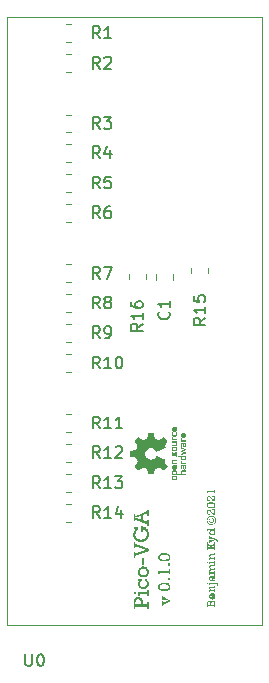
<source format=gbr>
%TF.GenerationSoftware,KiCad,Pcbnew,(5.99.0-8075-g8416c1fc37)*%
%TF.CreationDate,2021-06-30T13:11:38+01:00*%
%TF.ProjectId,picovga,7069636f-7667-4612-9e6b-696361645f70,rev?*%
%TF.SameCoordinates,Original*%
%TF.FileFunction,Legend,Top*%
%TF.FilePolarity,Positive*%
%FSLAX46Y46*%
G04 Gerber Fmt 4.6, Leading zero omitted, Abs format (unit mm)*
G04 Created by KiCad (PCBNEW (5.99.0-8075-g8416c1fc37)) date 2021-06-30 13:11:38*
%MOMM*%
%LPD*%
G01*
G04 APERTURE LIST*
%ADD10C,0.150000*%
%ADD11C,0.300000*%
%ADD12C,0.120000*%
G04 APERTURE END LIST*
D10*
%TO.C,R12*%
X166057142Y-98862380D02*
X165723809Y-98386190D01*
X165485714Y-98862380D02*
X165485714Y-97862380D01*
X165866666Y-97862380D01*
X165961904Y-97910000D01*
X166009523Y-97957619D01*
X166057142Y-98052857D01*
X166057142Y-98195714D01*
X166009523Y-98290952D01*
X165961904Y-98338571D01*
X165866666Y-98386190D01*
X165485714Y-98386190D01*
X167009523Y-98862380D02*
X166438095Y-98862380D01*
X166723809Y-98862380D02*
X166723809Y-97862380D01*
X166628571Y-98005238D01*
X166533333Y-98100476D01*
X166438095Y-98148095D01*
X167390476Y-97957619D02*
X167438095Y-97910000D01*
X167533333Y-97862380D01*
X167771428Y-97862380D01*
X167866666Y-97910000D01*
X167914285Y-97957619D01*
X167961904Y-98052857D01*
X167961904Y-98148095D01*
X167914285Y-98290952D01*
X167342857Y-98862380D01*
X167961904Y-98862380D01*
%TO.C,R13*%
X166057142Y-101412380D02*
X165723809Y-100936190D01*
X165485714Y-101412380D02*
X165485714Y-100412380D01*
X165866666Y-100412380D01*
X165961904Y-100460000D01*
X166009523Y-100507619D01*
X166057142Y-100602857D01*
X166057142Y-100745714D01*
X166009523Y-100840952D01*
X165961904Y-100888571D01*
X165866666Y-100936190D01*
X165485714Y-100936190D01*
X167009523Y-101412380D02*
X166438095Y-101412380D01*
X166723809Y-101412380D02*
X166723809Y-100412380D01*
X166628571Y-100555238D01*
X166533333Y-100650476D01*
X166438095Y-100698095D01*
X167342857Y-100412380D02*
X167961904Y-100412380D01*
X167628571Y-100793333D01*
X167771428Y-100793333D01*
X167866666Y-100840952D01*
X167914285Y-100888571D01*
X167961904Y-100983809D01*
X167961904Y-101221904D01*
X167914285Y-101317142D01*
X167866666Y-101364761D01*
X167771428Y-101412380D01*
X167485714Y-101412380D01*
X167390476Y-101364761D01*
X167342857Y-101317142D01*
%TO.C,R6*%
X166053333Y-78552380D02*
X165720000Y-78076190D01*
X165481904Y-78552380D02*
X165481904Y-77552380D01*
X165862857Y-77552380D01*
X165958095Y-77600000D01*
X166005714Y-77647619D01*
X166053333Y-77742857D01*
X166053333Y-77885714D01*
X166005714Y-77980952D01*
X165958095Y-78028571D01*
X165862857Y-78076190D01*
X165481904Y-78076190D01*
X166910476Y-77552380D02*
X166720000Y-77552380D01*
X166624761Y-77600000D01*
X166577142Y-77647619D01*
X166481904Y-77790476D01*
X166434285Y-77980952D01*
X166434285Y-78361904D01*
X166481904Y-78457142D01*
X166529523Y-78504761D01*
X166624761Y-78552380D01*
X166815238Y-78552380D01*
X166910476Y-78504761D01*
X166958095Y-78457142D01*
X167005714Y-78361904D01*
X167005714Y-78123809D01*
X166958095Y-78028571D01*
X166910476Y-77980952D01*
X166815238Y-77933333D01*
X166624761Y-77933333D01*
X166529523Y-77980952D01*
X166481904Y-78028571D01*
X166434285Y-78123809D01*
%TO.C,R8*%
X166053333Y-86182380D02*
X165720000Y-85706190D01*
X165481904Y-86182380D02*
X165481904Y-85182380D01*
X165862857Y-85182380D01*
X165958095Y-85230000D01*
X166005714Y-85277619D01*
X166053333Y-85372857D01*
X166053333Y-85515714D01*
X166005714Y-85610952D01*
X165958095Y-85658571D01*
X165862857Y-85706190D01*
X165481904Y-85706190D01*
X166624761Y-85610952D02*
X166529523Y-85563333D01*
X166481904Y-85515714D01*
X166434285Y-85420476D01*
X166434285Y-85372857D01*
X166481904Y-85277619D01*
X166529523Y-85230000D01*
X166624761Y-85182380D01*
X166815238Y-85182380D01*
X166910476Y-85230000D01*
X166958095Y-85277619D01*
X167005714Y-85372857D01*
X167005714Y-85420476D01*
X166958095Y-85515714D01*
X166910476Y-85563333D01*
X166815238Y-85610952D01*
X166624761Y-85610952D01*
X166529523Y-85658571D01*
X166481904Y-85706190D01*
X166434285Y-85801428D01*
X166434285Y-85991904D01*
X166481904Y-86087142D01*
X166529523Y-86134761D01*
X166624761Y-86182380D01*
X166815238Y-86182380D01*
X166910476Y-86134761D01*
X166958095Y-86087142D01*
X167005714Y-85991904D01*
X167005714Y-85801428D01*
X166958095Y-85706190D01*
X166910476Y-85658571D01*
X166815238Y-85610952D01*
%TO.C,R4*%
X166053333Y-73472380D02*
X165720000Y-72996190D01*
X165481904Y-73472380D02*
X165481904Y-72472380D01*
X165862857Y-72472380D01*
X165958095Y-72520000D01*
X166005714Y-72567619D01*
X166053333Y-72662857D01*
X166053333Y-72805714D01*
X166005714Y-72900952D01*
X165958095Y-72948571D01*
X165862857Y-72996190D01*
X165481904Y-72996190D01*
X166910476Y-72805714D02*
X166910476Y-73472380D01*
X166672380Y-72424761D02*
X166434285Y-73139047D01*
X167053333Y-73139047D01*
%TO.C,R11*%
X166057142Y-96342380D02*
X165723809Y-95866190D01*
X165485714Y-96342380D02*
X165485714Y-95342380D01*
X165866666Y-95342380D01*
X165961904Y-95390000D01*
X166009523Y-95437619D01*
X166057142Y-95532857D01*
X166057142Y-95675714D01*
X166009523Y-95770952D01*
X165961904Y-95818571D01*
X165866666Y-95866190D01*
X165485714Y-95866190D01*
X167009523Y-96342380D02*
X166438095Y-96342380D01*
X166723809Y-96342380D02*
X166723809Y-95342380D01*
X166628571Y-95485238D01*
X166533333Y-95580476D01*
X166438095Y-95628095D01*
X167961904Y-96342380D02*
X167390476Y-96342380D01*
X167676190Y-96342380D02*
X167676190Y-95342380D01*
X167580952Y-95485238D01*
X167485714Y-95580476D01*
X167390476Y-95628095D01*
%TO.C,C1*%
X171877142Y-86486666D02*
X171924761Y-86534285D01*
X171972380Y-86677142D01*
X171972380Y-86772380D01*
X171924761Y-86915238D01*
X171829523Y-87010476D01*
X171734285Y-87058095D01*
X171543809Y-87105714D01*
X171400952Y-87105714D01*
X171210476Y-87058095D01*
X171115238Y-87010476D01*
X171020000Y-86915238D01*
X170972380Y-86772380D01*
X170972380Y-86677142D01*
X171020000Y-86534285D01*
X171067619Y-86486666D01*
X171972380Y-85534285D02*
X171972380Y-86105714D01*
X171972380Y-85820000D02*
X170972380Y-85820000D01*
X171115238Y-85915238D01*
X171210476Y-86010476D01*
X171258095Y-86105714D01*
%TO.C,U0*%
X159738095Y-115452380D02*
X159738095Y-116261904D01*
X159785714Y-116357142D01*
X159833333Y-116404761D01*
X159928571Y-116452380D01*
X160119047Y-116452380D01*
X160214285Y-116404761D01*
X160261904Y-116357142D01*
X160309523Y-116261904D01*
X160309523Y-115452380D01*
X160976190Y-115452380D02*
X161071428Y-115452380D01*
X161166666Y-115500000D01*
X161214285Y-115547619D01*
X161261904Y-115642857D01*
X161309523Y-115833333D01*
X161309523Y-116071428D01*
X161261904Y-116261904D01*
X161214285Y-116357142D01*
X161166666Y-116404761D01*
X161071428Y-116452380D01*
X160976190Y-116452380D01*
X160880952Y-116404761D01*
X160833333Y-116357142D01*
X160785714Y-116261904D01*
X160738095Y-116071428D01*
X160738095Y-115833333D01*
X160785714Y-115642857D01*
X160833333Y-115547619D01*
X160880952Y-115500000D01*
X160976190Y-115452380D01*
%TO.C,R16*%
X169682380Y-87492857D02*
X169206190Y-87826190D01*
X169682380Y-88064285D02*
X168682380Y-88064285D01*
X168682380Y-87683333D01*
X168730000Y-87588095D01*
X168777619Y-87540476D01*
X168872857Y-87492857D01*
X169015714Y-87492857D01*
X169110952Y-87540476D01*
X169158571Y-87588095D01*
X169206190Y-87683333D01*
X169206190Y-88064285D01*
X169682380Y-86540476D02*
X169682380Y-87111904D01*
X169682380Y-86826190D02*
X168682380Y-86826190D01*
X168825238Y-86921428D01*
X168920476Y-87016666D01*
X168968095Y-87111904D01*
X168682380Y-85683333D02*
X168682380Y-85873809D01*
X168730000Y-85969047D01*
X168777619Y-86016666D01*
X168920476Y-86111904D01*
X169110952Y-86159523D01*
X169491904Y-86159523D01*
X169587142Y-86111904D01*
X169634761Y-86064285D01*
X169682380Y-85969047D01*
X169682380Y-85778571D01*
X169634761Y-85683333D01*
X169587142Y-85635714D01*
X169491904Y-85588095D01*
X169253809Y-85588095D01*
X169158571Y-85635714D01*
X169110952Y-85683333D01*
X169063333Y-85778571D01*
X169063333Y-85969047D01*
X169110952Y-86064285D01*
X169158571Y-86111904D01*
X169253809Y-86159523D01*
%TO.C,R2*%
X166053333Y-65892380D02*
X165720000Y-65416190D01*
X165481904Y-65892380D02*
X165481904Y-64892380D01*
X165862857Y-64892380D01*
X165958095Y-64940000D01*
X166005714Y-64987619D01*
X166053333Y-65082857D01*
X166053333Y-65225714D01*
X166005714Y-65320952D01*
X165958095Y-65368571D01*
X165862857Y-65416190D01*
X165481904Y-65416190D01*
X166434285Y-64987619D02*
X166481904Y-64940000D01*
X166577142Y-64892380D01*
X166815238Y-64892380D01*
X166910476Y-64940000D01*
X166958095Y-64987619D01*
X167005714Y-65082857D01*
X167005714Y-65178095D01*
X166958095Y-65320952D01*
X166386666Y-65892380D01*
X167005714Y-65892380D01*
%TO.C,R14*%
X166057142Y-103942380D02*
X165723809Y-103466190D01*
X165485714Y-103942380D02*
X165485714Y-102942380D01*
X165866666Y-102942380D01*
X165961904Y-102990000D01*
X166009523Y-103037619D01*
X166057142Y-103132857D01*
X166057142Y-103275714D01*
X166009523Y-103370952D01*
X165961904Y-103418571D01*
X165866666Y-103466190D01*
X165485714Y-103466190D01*
X167009523Y-103942380D02*
X166438095Y-103942380D01*
X166723809Y-103942380D02*
X166723809Y-102942380D01*
X166628571Y-103085238D01*
X166533333Y-103180476D01*
X166438095Y-103228095D01*
X167866666Y-103275714D02*
X167866666Y-103942380D01*
X167628571Y-102894761D02*
X167390476Y-103609047D01*
X168009523Y-103609047D01*
%TO.C,R3*%
X166053333Y-70972380D02*
X165720000Y-70496190D01*
X165481904Y-70972380D02*
X165481904Y-69972380D01*
X165862857Y-69972380D01*
X165958095Y-70020000D01*
X166005714Y-70067619D01*
X166053333Y-70162857D01*
X166053333Y-70305714D01*
X166005714Y-70400952D01*
X165958095Y-70448571D01*
X165862857Y-70496190D01*
X165481904Y-70496190D01*
X166386666Y-69972380D02*
X167005714Y-69972380D01*
X166672380Y-70353333D01*
X166815238Y-70353333D01*
X166910476Y-70400952D01*
X166958095Y-70448571D01*
X167005714Y-70543809D01*
X167005714Y-70781904D01*
X166958095Y-70877142D01*
X166910476Y-70924761D01*
X166815238Y-70972380D01*
X166529523Y-70972380D01*
X166434285Y-70924761D01*
X166386666Y-70877142D01*
%TO.C,R10*%
X166057142Y-91262380D02*
X165723809Y-90786190D01*
X165485714Y-91262380D02*
X165485714Y-90262380D01*
X165866666Y-90262380D01*
X165961904Y-90310000D01*
X166009523Y-90357619D01*
X166057142Y-90452857D01*
X166057142Y-90595714D01*
X166009523Y-90690952D01*
X165961904Y-90738571D01*
X165866666Y-90786190D01*
X165485714Y-90786190D01*
X167009523Y-91262380D02*
X166438095Y-91262380D01*
X166723809Y-91262380D02*
X166723809Y-90262380D01*
X166628571Y-90405238D01*
X166533333Y-90500476D01*
X166438095Y-90548095D01*
X167628571Y-90262380D02*
X167723809Y-90262380D01*
X167819047Y-90310000D01*
X167866666Y-90357619D01*
X167914285Y-90452857D01*
X167961904Y-90643333D01*
X167961904Y-90881428D01*
X167914285Y-91071904D01*
X167866666Y-91167142D01*
X167819047Y-91214761D01*
X167723809Y-91262380D01*
X167628571Y-91262380D01*
X167533333Y-91214761D01*
X167485714Y-91167142D01*
X167438095Y-91071904D01*
X167390476Y-90881428D01*
X167390476Y-90643333D01*
X167438095Y-90452857D01*
X167485714Y-90357619D01*
X167533333Y-90310000D01*
X167628571Y-90262380D01*
%TO.C,R1*%
X166063333Y-63312380D02*
X165730000Y-62836190D01*
X165491904Y-63312380D02*
X165491904Y-62312380D01*
X165872857Y-62312380D01*
X165968095Y-62360000D01*
X166015714Y-62407619D01*
X166063333Y-62502857D01*
X166063333Y-62645714D01*
X166015714Y-62740952D01*
X165968095Y-62788571D01*
X165872857Y-62836190D01*
X165491904Y-62836190D01*
X167015714Y-63312380D02*
X166444285Y-63312380D01*
X166730000Y-63312380D02*
X166730000Y-62312380D01*
X166634761Y-62455238D01*
X166539523Y-62550476D01*
X166444285Y-62598095D01*
%TO.C,R5*%
X166063333Y-76022380D02*
X165730000Y-75546190D01*
X165491904Y-76022380D02*
X165491904Y-75022380D01*
X165872857Y-75022380D01*
X165968095Y-75070000D01*
X166015714Y-75117619D01*
X166063333Y-75212857D01*
X166063333Y-75355714D01*
X166015714Y-75450952D01*
X165968095Y-75498571D01*
X165872857Y-75546190D01*
X165491904Y-75546190D01*
X166968095Y-75022380D02*
X166491904Y-75022380D01*
X166444285Y-75498571D01*
X166491904Y-75450952D01*
X166587142Y-75403333D01*
X166825238Y-75403333D01*
X166920476Y-75450952D01*
X166968095Y-75498571D01*
X167015714Y-75593809D01*
X167015714Y-75831904D01*
X166968095Y-75927142D01*
X166920476Y-75974761D01*
X166825238Y-76022380D01*
X166587142Y-76022380D01*
X166491904Y-75974761D01*
X166444285Y-75927142D01*
%TO.C,R7*%
X166053333Y-83662380D02*
X165720000Y-83186190D01*
X165481904Y-83662380D02*
X165481904Y-82662380D01*
X165862857Y-82662380D01*
X165958095Y-82710000D01*
X166005714Y-82757619D01*
X166053333Y-82852857D01*
X166053333Y-82995714D01*
X166005714Y-83090952D01*
X165958095Y-83138571D01*
X165862857Y-83186190D01*
X165481904Y-83186190D01*
X166386666Y-82662380D02*
X167053333Y-82662380D01*
X166624761Y-83662380D01*
D11*
%TO.C,*%
D10*
%TO.C,R9*%
X166053333Y-88712380D02*
X165720000Y-88236190D01*
X165481904Y-88712380D02*
X165481904Y-87712380D01*
X165862857Y-87712380D01*
X165958095Y-87760000D01*
X166005714Y-87807619D01*
X166053333Y-87902857D01*
X166053333Y-88045714D01*
X166005714Y-88140952D01*
X165958095Y-88188571D01*
X165862857Y-88236190D01*
X165481904Y-88236190D01*
X166529523Y-88712380D02*
X166720000Y-88712380D01*
X166815238Y-88664761D01*
X166862857Y-88617142D01*
X166958095Y-88474285D01*
X167005714Y-88283809D01*
X167005714Y-87902857D01*
X166958095Y-87807619D01*
X166910476Y-87760000D01*
X166815238Y-87712380D01*
X166624761Y-87712380D01*
X166529523Y-87760000D01*
X166481904Y-87807619D01*
X166434285Y-87902857D01*
X166434285Y-88140952D01*
X166481904Y-88236190D01*
X166529523Y-88283809D01*
X166624761Y-88331428D01*
X166815238Y-88331428D01*
X166910476Y-88283809D01*
X166958095Y-88236190D01*
X167005714Y-88140952D01*
%TO.C,R15*%
X174982380Y-86982857D02*
X174506190Y-87316190D01*
X174982380Y-87554285D02*
X173982380Y-87554285D01*
X173982380Y-87173333D01*
X174030000Y-87078095D01*
X174077619Y-87030476D01*
X174172857Y-86982857D01*
X174315714Y-86982857D01*
X174410952Y-87030476D01*
X174458571Y-87078095D01*
X174506190Y-87173333D01*
X174506190Y-87554285D01*
X174982380Y-86030476D02*
X174982380Y-86601904D01*
X174982380Y-86316190D02*
X173982380Y-86316190D01*
X174125238Y-86411428D01*
X174220476Y-86506666D01*
X174268095Y-86601904D01*
X173982380Y-85125714D02*
X173982380Y-85601904D01*
X174458571Y-85649523D01*
X174410952Y-85601904D01*
X174363333Y-85506666D01*
X174363333Y-85268571D01*
X174410952Y-85173333D01*
X174458571Y-85125714D01*
X174553809Y-85078095D01*
X174791904Y-85078095D01*
X174887142Y-85125714D01*
X174934761Y-85173333D01*
X174982380Y-85268571D01*
X174982380Y-85506666D01*
X174934761Y-85601904D01*
X174887142Y-85649523D01*
D12*
%TO.C,R12*%
X163153279Y-97691662D02*
X163607407Y-97691662D01*
X163153279Y-99161662D02*
X163607407Y-99161662D01*
%TO.C,R13*%
X163610808Y-101699363D02*
X163156680Y-101699363D01*
X163610808Y-100229363D02*
X163156680Y-100229363D01*
%TO.C,R6*%
X163148326Y-77373531D02*
X163602454Y-77373531D01*
X163148326Y-78843531D02*
X163602454Y-78843531D01*
%TO.C,R8*%
X163156235Y-84995358D02*
X163610363Y-84995358D01*
X163156235Y-86465358D02*
X163610363Y-86465358D01*
%TO.C,R4*%
X163151399Y-72284919D02*
X163605527Y-72284919D01*
X163151399Y-73754919D02*
X163605527Y-73754919D01*
%TO.C,R11*%
X163152234Y-95151606D02*
X163606362Y-95151606D01*
X163152234Y-96621606D02*
X163606362Y-96621606D01*
%TO.C,C1*%
X172235000Y-83238748D02*
X172235000Y-83761252D01*
X170765000Y-83238748D02*
X170765000Y-83761252D01*
%TO.C,U0*%
X158205000Y-61500000D02*
X158205000Y-63505000D01*
X158202500Y-61500000D02*
X179797500Y-61500000D01*
X179795000Y-113035000D02*
X179795000Y-62870000D01*
X158205000Y-113035000D02*
X158205000Y-64140000D01*
X158205000Y-113035000D02*
X179795000Y-113035000D01*
X179795000Y-62870000D02*
X179800000Y-61500000D01*
X158205000Y-64140000D02*
X158205000Y-63505000D01*
%TO.C,R16*%
X168515000Y-83272936D02*
X168515000Y-83727064D01*
X169985000Y-83272936D02*
X169985000Y-83727064D01*
%TO.C,R2*%
X163155441Y-66145218D02*
X163609569Y-66145218D01*
X163155441Y-64675218D02*
X163609569Y-64675218D01*
%TO.C,G*%
G36*
X175833396Y-101833334D02*
G01*
X175742903Y-101833334D01*
X175742903Y-101733334D01*
X175195181Y-101733334D01*
X175195181Y-101833334D01*
X175104688Y-101833334D01*
X175104688Y-101633334D01*
X175742903Y-101633334D01*
X175742903Y-101538096D01*
X175833396Y-101538096D01*
X175833396Y-101833334D01*
G37*
G36*
X175174345Y-109427843D02*
G01*
X175189883Y-109438194D01*
X175201874Y-109452834D01*
X175208852Y-109470873D01*
X175209350Y-109491421D01*
X175204926Y-109507143D01*
X175193692Y-109523258D01*
X175176591Y-109535488D01*
X175158738Y-109541054D01*
X175137466Y-109539419D01*
X175119524Y-109530347D01*
X175105922Y-109515635D01*
X175097666Y-109497083D01*
X175095768Y-109476488D01*
X175101235Y-109455649D01*
X175106053Y-109447133D01*
X175121114Y-109431427D01*
X175138494Y-109423570D01*
X175156726Y-109422672D01*
X175174345Y-109427843D01*
G37*
G36*
X175168811Y-107622471D02*
G01*
X175185756Y-107631312D01*
X175199006Y-107645726D01*
X175206646Y-107665329D01*
X175207510Y-107671593D01*
X175207736Y-107687032D01*
X175206043Y-107699907D01*
X175205110Y-107702770D01*
X175194639Y-107717683D01*
X175178888Y-107729993D01*
X175161494Y-107737191D01*
X175153876Y-107738096D01*
X175131516Y-107733965D01*
X175113729Y-107722702D01*
X175101512Y-107706003D01*
X175095862Y-107685562D01*
X175097776Y-107663075D01*
X175102384Y-107650511D01*
X175114958Y-107633222D01*
X175131497Y-107623041D01*
X175150087Y-107619586D01*
X175168811Y-107622471D01*
G37*
G36*
X175833396Y-107100000D02*
G01*
X175647494Y-107100000D01*
X175597850Y-107100036D01*
X175556803Y-107100208D01*
X175523427Y-107100614D01*
X175496792Y-107101350D01*
X175475972Y-107102514D01*
X175460038Y-107104203D01*
X175448063Y-107106513D01*
X175439118Y-107109543D01*
X175432276Y-107113389D01*
X175426609Y-107118148D01*
X175421414Y-107123666D01*
X175415686Y-107132601D01*
X175412881Y-107144780D01*
X175412302Y-107163259D01*
X175412307Y-107163609D01*
X175416874Y-107198402D01*
X175429786Y-107234931D01*
X175451324Y-107273982D01*
X175452425Y-107275695D01*
X175471216Y-107304762D01*
X175742903Y-107304762D01*
X175742903Y-107219048D01*
X175833396Y-107219048D01*
X175833396Y-107495239D01*
X175742903Y-107495239D01*
X175742903Y-107404762D01*
X175419033Y-107404762D01*
X175419033Y-107495239D01*
X175328539Y-107495239D01*
X175328539Y-107304762D01*
X175385348Y-107304762D01*
X175366695Y-107275000D01*
X175345870Y-107238031D01*
X175332005Y-107203787D01*
X175324239Y-107169558D01*
X175321714Y-107133334D01*
X175321813Y-107111370D01*
X175322871Y-107095920D01*
X175325480Y-107083978D01*
X175330230Y-107072542D01*
X175335684Y-107062251D01*
X175355275Y-107036189D01*
X175381178Y-107017177D01*
X175413011Y-107005491D01*
X175414973Y-107005057D01*
X175426382Y-107003668D01*
X175446198Y-107002456D01*
X175473304Y-107001451D01*
X175506584Y-107000685D01*
X175544919Y-107000191D01*
X175587194Y-107000002D01*
X175590728Y-107000000D01*
X175742903Y-107000000D01*
X175742903Y-106914286D01*
X175833396Y-106914286D01*
X175833396Y-107100000D01*
G37*
G36*
X175665083Y-102054008D02*
G01*
X175697023Y-102055011D01*
X175728498Y-102055882D01*
X175757197Y-102056564D01*
X175780811Y-102057003D01*
X175796060Y-102057143D01*
X175833396Y-102057143D01*
X175833396Y-102523810D01*
X175814764Y-102523810D01*
X175791255Y-102522018D01*
X175762277Y-102517109D01*
X175731084Y-102509783D01*
X175700935Y-102500737D01*
X175691161Y-102497268D01*
X175656617Y-102481959D01*
X175622891Y-102461783D01*
X175589185Y-102436028D01*
X175554697Y-102403980D01*
X175518627Y-102364925D01*
X175480176Y-102318151D01*
X175458412Y-102289793D01*
X175428735Y-102251652D01*
X175402940Y-102221414D01*
X175380499Y-102198543D01*
X175360886Y-102182499D01*
X175343918Y-102172889D01*
X175328739Y-102168669D01*
X175308750Y-102165952D01*
X175294750Y-102165331D01*
X175261699Y-102169432D01*
X175233390Y-102181317D01*
X175210530Y-102200141D01*
X175193827Y-102225060D01*
X175183989Y-102255230D01*
X175181723Y-102289807D01*
X175182450Y-102299309D01*
X175189025Y-102332518D01*
X175201445Y-102358786D01*
X175220367Y-102379162D01*
X175240524Y-102391870D01*
X175259872Y-102398932D01*
X175285727Y-102404566D01*
X175315115Y-102408266D01*
X175343703Y-102409524D01*
X175376167Y-102409524D01*
X175376167Y-102504762D01*
X175336874Y-102504680D01*
X175284700Y-102500951D01*
X175237951Y-102490186D01*
X175197040Y-102472673D01*
X175162379Y-102448700D01*
X175134380Y-102418554D01*
X175113456Y-102382523D01*
X175100019Y-102340895D01*
X175099652Y-102339162D01*
X175096771Y-102315797D01*
X175096059Y-102286828D01*
X175097345Y-102255816D01*
X175100458Y-102226323D01*
X175105227Y-102201908D01*
X175106466Y-102197620D01*
X175123216Y-102158797D01*
X175147195Y-102124638D01*
X175177210Y-102096445D01*
X175212068Y-102075521D01*
X175222121Y-102071300D01*
X175241068Y-102065262D01*
X175260935Y-102061911D01*
X175285500Y-102060674D01*
X175292818Y-102060629D01*
X175321430Y-102061991D01*
X175347586Y-102066507D01*
X175372144Y-102074829D01*
X175395964Y-102087603D01*
X175419903Y-102105479D01*
X175444820Y-102129105D01*
X175471573Y-102159131D01*
X175501021Y-102196205D01*
X175534022Y-102240975D01*
X175537077Y-102245239D01*
X175575577Y-102295582D01*
X175613215Y-102337855D01*
X175649681Y-102371779D01*
X175684666Y-102397076D01*
X175717860Y-102413467D01*
X175727424Y-102416607D01*
X175738140Y-102419690D01*
X175738140Y-102142858D01*
X175571442Y-102142858D01*
X175571442Y-102050872D01*
X175665083Y-102054008D01*
G37*
G36*
X175833396Y-108033334D02*
G01*
X175648838Y-108033603D01*
X175595115Y-108033795D01*
X175550451Y-108034212D01*
X175514381Y-108034866D01*
X175486441Y-108035773D01*
X175466165Y-108036944D01*
X175453090Y-108038395D01*
X175448055Y-108039555D01*
X175429527Y-108050598D01*
X175417318Y-108067875D01*
X175411605Y-108090343D01*
X175412564Y-108116957D01*
X175420373Y-108146673D01*
X175427195Y-108162998D01*
X175437170Y-108182765D01*
X175448255Y-108202546D01*
X175457068Y-108216570D01*
X175471881Y-108238096D01*
X175742903Y-108238096D01*
X175742903Y-108152381D01*
X175833396Y-108152381D01*
X175833396Y-108337328D01*
X175646456Y-108338902D01*
X175598982Y-108339329D01*
X175560067Y-108339767D01*
X175528744Y-108340266D01*
X175504048Y-108340877D01*
X175485011Y-108341650D01*
X175470668Y-108342636D01*
X175460051Y-108343885D01*
X175452195Y-108345448D01*
X175446133Y-108347374D01*
X175441070Y-108349631D01*
X175423704Y-108363015D01*
X175413643Y-108381964D01*
X175410840Y-108405987D01*
X175415248Y-108434596D01*
X175426819Y-108467299D01*
X175445507Y-108503606D01*
X175457841Y-108523473D01*
X175473652Y-108547620D01*
X175742903Y-108547620D01*
X175742903Y-108457143D01*
X175833396Y-108457143D01*
X175833396Y-108738096D01*
X175742903Y-108738096D01*
X175742903Y-108647620D01*
X175419033Y-108647620D01*
X175419033Y-108733334D01*
X175328539Y-108733334D01*
X175328539Y-108547620D01*
X175390440Y-108547620D01*
X175374337Y-108525001D01*
X175350275Y-108485992D01*
X175333073Y-108446811D01*
X175322796Y-108408466D01*
X175319510Y-108371969D01*
X175323282Y-108338328D01*
X175334179Y-108308554D01*
X175352266Y-108283657D01*
X175358139Y-108278121D01*
X175370747Y-108267639D01*
X175382355Y-108258783D01*
X175384722Y-108257143D01*
X175395433Y-108250001D01*
X175378252Y-108226191D01*
X175352507Y-108185264D01*
X175334031Y-108144440D01*
X175322896Y-108104605D01*
X175319170Y-108066646D01*
X175322924Y-108031449D01*
X175334227Y-107999902D01*
X175353149Y-107972891D01*
X175357907Y-107968060D01*
X175366552Y-107960123D01*
X175375025Y-107953624D01*
X175384361Y-107948409D01*
X175395594Y-107944318D01*
X175409758Y-107941197D01*
X175427887Y-107938888D01*
X175451015Y-107937234D01*
X175480177Y-107936078D01*
X175516405Y-107935264D01*
X175560735Y-107934635D01*
X175579777Y-107934413D01*
X175742903Y-107932572D01*
X175742903Y-107842858D01*
X175833396Y-107842858D01*
X175833396Y-108033334D01*
G37*
G36*
X175833396Y-107804762D02*
G01*
X175742903Y-107804762D01*
X175742903Y-107723810D01*
X175419033Y-107723810D01*
X175419033Y-107804762D01*
X175328539Y-107804762D01*
X175328539Y-107623810D01*
X175742903Y-107623810D01*
X175742903Y-107547620D01*
X175833396Y-107547620D01*
X175833396Y-107804762D01*
G37*
G36*
X175665083Y-103211151D02*
G01*
X175697023Y-103212154D01*
X175728498Y-103213025D01*
X175757197Y-103213707D01*
X175780811Y-103214145D01*
X175796060Y-103214286D01*
X175833396Y-103214286D01*
X175833396Y-103680953D01*
X175814764Y-103680953D01*
X175791255Y-103679161D01*
X175762277Y-103674252D01*
X175731084Y-103666925D01*
X175700935Y-103657880D01*
X175691161Y-103654411D01*
X175656617Y-103639102D01*
X175622891Y-103618926D01*
X175589185Y-103593171D01*
X175554697Y-103561123D01*
X175518627Y-103522068D01*
X175480176Y-103475294D01*
X175458412Y-103446936D01*
X175428735Y-103408795D01*
X175402940Y-103378557D01*
X175380499Y-103355686D01*
X175360886Y-103339642D01*
X175343918Y-103330031D01*
X175328739Y-103325812D01*
X175308750Y-103323095D01*
X175294750Y-103322473D01*
X175261699Y-103326575D01*
X175233390Y-103338460D01*
X175210530Y-103357284D01*
X175193827Y-103382203D01*
X175183989Y-103412373D01*
X175181723Y-103446950D01*
X175182450Y-103456452D01*
X175189025Y-103489661D01*
X175201445Y-103515929D01*
X175220367Y-103536305D01*
X175240524Y-103549013D01*
X175259872Y-103556074D01*
X175285727Y-103561709D01*
X175315115Y-103565409D01*
X175343703Y-103566667D01*
X175376167Y-103566667D01*
X175376167Y-103661905D01*
X175336874Y-103661823D01*
X175284700Y-103658094D01*
X175237951Y-103647329D01*
X175197040Y-103629816D01*
X175162379Y-103605843D01*
X175134380Y-103575697D01*
X175113456Y-103539666D01*
X175100019Y-103498038D01*
X175099652Y-103496305D01*
X175096771Y-103472939D01*
X175096059Y-103443971D01*
X175097345Y-103412959D01*
X175100458Y-103383466D01*
X175105227Y-103359051D01*
X175106466Y-103354762D01*
X175123216Y-103315940D01*
X175147195Y-103281781D01*
X175177210Y-103253587D01*
X175212068Y-103232664D01*
X175222121Y-103228443D01*
X175241068Y-103222405D01*
X175260935Y-103219053D01*
X175285500Y-103217817D01*
X175292818Y-103217772D01*
X175321430Y-103219133D01*
X175347586Y-103223650D01*
X175372144Y-103231972D01*
X175395964Y-103244746D01*
X175419903Y-103262622D01*
X175444820Y-103286248D01*
X175471573Y-103316274D01*
X175501021Y-103353347D01*
X175534022Y-103398118D01*
X175537077Y-103402381D01*
X175575577Y-103452725D01*
X175613215Y-103494998D01*
X175649681Y-103528922D01*
X175684666Y-103554219D01*
X175717860Y-103570610D01*
X175727424Y-103573750D01*
X175738140Y-103576833D01*
X175738140Y-103300001D01*
X175571442Y-103300001D01*
X175571442Y-103208015D01*
X175665083Y-103211151D01*
G37*
G36*
X175833396Y-106271429D02*
G01*
X175743288Y-106271429D01*
X175741905Y-106233938D01*
X175740521Y-106196447D01*
X175595516Y-106307703D01*
X175558614Y-106335997D01*
X175528510Y-106358982D01*
X175504454Y-106377157D01*
X175485692Y-106391021D01*
X175471474Y-106401072D01*
X175461047Y-106407807D01*
X175453660Y-106411727D01*
X175448561Y-106413328D01*
X175444998Y-106413109D01*
X175442219Y-106411569D01*
X175440725Y-106410315D01*
X175434919Y-106405072D01*
X175423010Y-106394227D01*
X175405913Y-106378618D01*
X175384543Y-106359081D01*
X175359817Y-106336452D01*
X175332650Y-106311570D01*
X175315740Y-106296073D01*
X175287982Y-106270702D01*
X175262468Y-106247519D01*
X175240041Y-106227282D01*
X175221545Y-106210745D01*
X175207822Y-106198663D01*
X175199716Y-106191791D01*
X175197860Y-106190477D01*
X175196616Y-106194862D01*
X175195679Y-106206517D01*
X175195208Y-106223187D01*
X175195181Y-106228572D01*
X175195181Y-106266667D01*
X175104688Y-106266667D01*
X175104688Y-105985715D01*
X175195181Y-105985715D01*
X175195181Y-106060686D01*
X175320205Y-106171006D01*
X175349484Y-106196732D01*
X175376596Y-106220345D01*
X175400696Y-106241125D01*
X175420940Y-106258352D01*
X175436483Y-106271306D01*
X175446478Y-106279267D01*
X175449991Y-106281571D01*
X175454672Y-106278771D01*
X175465972Y-106270685D01*
X175483052Y-106257952D01*
X175505072Y-106241211D01*
X175531194Y-106221100D01*
X175560578Y-106198258D01*
X175592386Y-106173325D01*
X175598778Y-106168289D01*
X175742803Y-106054762D01*
X175742853Y-106015477D01*
X175742903Y-105976191D01*
X175833396Y-105976191D01*
X175833396Y-106271429D01*
G37*
G36*
X175420031Y-105505352D02*
G01*
X175421414Y-105544036D01*
X175741596Y-105668447D01*
X176061777Y-105792858D01*
X176061894Y-105877381D01*
X176062010Y-105961905D01*
X175971517Y-105961905D01*
X175971517Y-105863642D01*
X175899147Y-105833890D01*
X175874342Y-105824002D01*
X175852216Y-105815761D01*
X175834426Y-105809740D01*
X175822630Y-105806511D01*
X175818917Y-105806192D01*
X175812988Y-105808381D01*
X175799182Y-105813819D01*
X175778430Y-105822128D01*
X175751666Y-105832931D01*
X175719820Y-105845853D01*
X175683825Y-105860515D01*
X175644612Y-105876541D01*
X175615067Y-105888647D01*
X175419077Y-105969048D01*
X175419055Y-106010715D01*
X175419033Y-106052381D01*
X175328539Y-106052381D01*
X175328539Y-105800001D01*
X175419033Y-105800001D01*
X175419033Y-105831462D01*
X175419543Y-105849073D01*
X175421239Y-105858424D01*
X175424371Y-105860732D01*
X175424986Y-105860544D01*
X175430791Y-105858244D01*
X175444294Y-105852907D01*
X175464330Y-105844990D01*
X175489737Y-105834955D01*
X175519353Y-105823259D01*
X175552014Y-105810363D01*
X175560885Y-105806861D01*
X175593612Y-105793783D01*
X175623066Y-105781709D01*
X175648189Y-105771099D01*
X175667922Y-105762409D01*
X175681209Y-105756098D01*
X175686991Y-105752625D01*
X175687100Y-105752201D01*
X175681847Y-105749678D01*
X175668861Y-105744218D01*
X175649303Y-105736285D01*
X175624336Y-105726347D01*
X175595123Y-105714867D01*
X175562826Y-105702313D01*
X175557154Y-105700122D01*
X175524330Y-105687448D01*
X175494266Y-105675832D01*
X175468149Y-105665735D01*
X175447166Y-105657616D01*
X175432505Y-105651933D01*
X175425354Y-105649147D01*
X175424986Y-105649000D01*
X175421715Y-105650301D01*
X175419820Y-105658274D01*
X175419069Y-105674149D01*
X175419033Y-105680443D01*
X175419033Y-105714286D01*
X175328539Y-105714286D01*
X175328539Y-105466667D01*
X175418647Y-105466667D01*
X175420031Y-105505352D01*
G37*
G36*
X175384789Y-103100588D02*
G01*
X175360681Y-103097707D01*
X175303823Y-103086329D01*
X175254478Y-103070278D01*
X175211631Y-103049116D01*
X175174266Y-103022410D01*
X175164160Y-103013426D01*
X175133971Y-102979393D01*
X175112481Y-102941577D01*
X175099581Y-102899729D01*
X175096238Y-102864803D01*
X175182336Y-102864803D01*
X175182343Y-102864869D01*
X175188819Y-102894909D01*
X175201892Y-102920656D01*
X175221951Y-102942333D01*
X175249379Y-102960165D01*
X175284564Y-102974377D01*
X175327891Y-102985193D01*
X175379746Y-102992840D01*
X175406474Y-102995347D01*
X175449591Y-102997402D01*
X175495589Y-102997192D01*
X175541528Y-102994877D01*
X175584466Y-102990616D01*
X175621463Y-102984569D01*
X175627029Y-102983356D01*
X175665894Y-102971025D01*
X175699145Y-102953354D01*
X175725766Y-102931092D01*
X175744740Y-102904990D01*
X175750491Y-102892251D01*
X175755704Y-102867075D01*
X175755032Y-102838664D01*
X175748859Y-102810951D01*
X175740767Y-102792846D01*
X175720720Y-102767949D01*
X175692217Y-102747033D01*
X175655526Y-102730258D01*
X175615514Y-102718785D01*
X175587407Y-102714175D01*
X175552147Y-102710987D01*
X175511996Y-102709198D01*
X175469216Y-102708785D01*
X175426068Y-102709726D01*
X175384816Y-102712000D01*
X175347720Y-102715584D01*
X175317044Y-102720456D01*
X175311093Y-102721767D01*
X175270478Y-102734753D01*
X175236991Y-102752675D01*
X175211032Y-102775087D01*
X175193003Y-102801543D01*
X175183304Y-102831597D01*
X175182336Y-102864803D01*
X175096238Y-102864803D01*
X175095165Y-102853597D01*
X175095162Y-102852381D01*
X175099502Y-102806214D01*
X175112386Y-102764052D01*
X175133609Y-102726127D01*
X175162968Y-102692676D01*
X175200260Y-102663932D01*
X175245279Y-102640130D01*
X175295377Y-102622205D01*
X175351163Y-102609657D01*
X175412334Y-102602285D01*
X175476254Y-102600128D01*
X175540287Y-102603225D01*
X175601797Y-102611615D01*
X175628596Y-102617280D01*
X175658595Y-102626517D01*
X175691018Y-102639978D01*
X175722880Y-102656153D01*
X175751196Y-102673535D01*
X175772098Y-102689795D01*
X175801697Y-102723211D01*
X175823662Y-102761482D01*
X175837626Y-102803303D01*
X175843218Y-102847367D01*
X175840071Y-102892370D01*
X175835384Y-102913788D01*
X175819600Y-102954635D01*
X175795554Y-102991049D01*
X175763507Y-103022851D01*
X175723721Y-103049862D01*
X175676456Y-103071903D01*
X175621973Y-103088795D01*
X175564298Y-103099835D01*
X175534743Y-103102728D01*
X175498892Y-103104217D01*
X175459869Y-103104335D01*
X175449591Y-103104014D01*
X175420794Y-103103114D01*
X175384789Y-103100588D01*
G37*
G36*
X175469639Y-110814621D02*
G01*
X175429104Y-110792132D01*
X175405431Y-110773523D01*
X175371218Y-110736767D01*
X175345052Y-110695939D01*
X175326963Y-110652109D01*
X175316983Y-110606348D01*
X175315510Y-110569048D01*
X175402736Y-110569048D01*
X175403240Y-110592081D01*
X175405062Y-110608887D01*
X175408773Y-110622733D01*
X175414370Y-110635715D01*
X175433759Y-110665645D01*
X175459762Y-110691088D01*
X175490240Y-110710321D01*
X175520242Y-110721012D01*
X175533340Y-110723991D01*
X175533340Y-110404121D01*
X175522623Y-110407433D01*
X175491365Y-110421397D01*
X175461538Y-110442556D01*
X175435761Y-110468658D01*
X175416655Y-110497449D01*
X175415688Y-110499399D01*
X175409134Y-110514258D01*
X175405214Y-110527810D01*
X175403294Y-110543464D01*
X175402740Y-110564628D01*
X175402736Y-110569048D01*
X175315510Y-110569048D01*
X175315141Y-110559728D01*
X175321468Y-110513320D01*
X175335994Y-110468194D01*
X175358749Y-110425421D01*
X175389764Y-110386072D01*
X175394326Y-110381343D01*
X175424533Y-110354916D01*
X175457819Y-110334338D01*
X175495748Y-110318935D01*
X175539883Y-110308035D01*
X175577396Y-110302478D01*
X175604782Y-110299315D01*
X175604782Y-110727560D01*
X175624817Y-110723059D01*
X175649734Y-110714768D01*
X175675664Y-110701697D01*
X175699149Y-110685874D01*
X175716733Y-110669325D01*
X175717016Y-110668983D01*
X175737828Y-110637317D01*
X175750592Y-110602260D01*
X175755285Y-110573314D01*
X175755006Y-110528551D01*
X175745650Y-110486643D01*
X175727300Y-110447831D01*
X175700040Y-110412355D01*
X175699474Y-110411755D01*
X175676065Y-110387008D01*
X175694978Y-110345885D01*
X175703683Y-110328129D01*
X175711527Y-110314228D01*
X175717375Y-110306090D01*
X175719363Y-110304762D01*
X175724912Y-110307944D01*
X175735308Y-110316488D01*
X175748793Y-110328894D01*
X175756977Y-110336905D01*
X175787849Y-110374306D01*
X175812252Y-110417572D01*
X175829791Y-110465230D01*
X175840067Y-110515806D01*
X175842685Y-110567829D01*
X175837249Y-110619825D01*
X175835491Y-110628572D01*
X175823209Y-110667915D01*
X175804146Y-110706558D01*
X175779713Y-110742600D01*
X175751323Y-110774139D01*
X175720389Y-110799273D01*
X175699955Y-110811097D01*
X175655153Y-110827895D01*
X175608237Y-110836457D01*
X175560689Y-110836973D01*
X175533340Y-110832673D01*
X175513995Y-110829631D01*
X175469639Y-110814621D01*
G37*
G36*
X175589139Y-103935189D02*
G01*
X175604252Y-103940558D01*
X175622109Y-103949792D01*
X175640518Y-103961667D01*
X175657288Y-103974956D01*
X175666187Y-103983681D01*
X175691918Y-104018652D01*
X175709330Y-104057704D01*
X175718201Y-104099902D01*
X175718308Y-104144311D01*
X175712488Y-104178572D01*
X175698292Y-104218215D01*
X175676610Y-104252324D01*
X175647940Y-104280566D01*
X175612778Y-104302604D01*
X175571621Y-104318104D01*
X175524964Y-104326732D01*
X175490285Y-104328502D01*
X175440607Y-104324697D01*
X175396278Y-104313405D01*
X175357736Y-104295076D01*
X175325421Y-104270163D01*
X175299774Y-104239115D01*
X175281234Y-104202386D01*
X175270242Y-104160427D01*
X175267237Y-104113689D01*
X175267856Y-104100253D01*
X175274038Y-104060324D01*
X175287156Y-104026009D01*
X175307971Y-103995670D01*
X175324160Y-103978981D01*
X175342241Y-103964072D01*
X175360391Y-103952170D01*
X175372984Y-103946249D01*
X175394286Y-103938992D01*
X175402221Y-103970578D01*
X175406334Y-103989693D01*
X175406936Y-104000623D01*
X175404958Y-104003898D01*
X175398355Y-104007370D01*
X175386855Y-104014480D01*
X175377446Y-104020673D01*
X175355722Y-104039454D01*
X175341178Y-104062270D01*
X175333212Y-104090425D01*
X175331169Y-104121315D01*
X175334569Y-104155771D01*
X175344734Y-104184462D01*
X175362354Y-104208412D01*
X175388115Y-104228643D01*
X175411888Y-104241387D01*
X175425692Y-104247406D01*
X175437926Y-104251293D01*
X175451364Y-104253506D01*
X175468782Y-104254502D01*
X175492856Y-104254740D01*
X175528806Y-104253496D01*
X175557595Y-104249343D01*
X175581298Y-104241695D01*
X175601991Y-104229971D01*
X175613801Y-104220757D01*
X175633353Y-104200899D01*
X175645924Y-104179697D01*
X175652603Y-104154615D01*
X175654482Y-104126191D01*
X175654054Y-104104807D01*
X175652026Y-104089235D01*
X175647661Y-104075801D01*
X175642078Y-104064286D01*
X175624672Y-104037626D01*
X175603619Y-104018093D01*
X175579415Y-104004635D01*
X175565271Y-103997345D01*
X175559246Y-103991243D01*
X175559258Y-103987099D01*
X175562118Y-103978112D01*
X175565948Y-103964267D01*
X175567433Y-103958506D01*
X175571894Y-103945274D01*
X175576955Y-103936496D01*
X175578963Y-103934911D01*
X175589139Y-103935189D01*
G37*
G36*
X175742903Y-111385715D02*
G01*
X175195181Y-111385715D01*
X175195181Y-111476191D01*
X175104688Y-111476191D01*
X175104701Y-111322620D01*
X175104919Y-111266555D01*
X175105469Y-111228806D01*
X175195181Y-111228806D01*
X175195181Y-111276191D01*
X175410750Y-111276191D01*
X175500000Y-111276191D01*
X175744287Y-111276191D01*
X175741692Y-111205953D01*
X175740336Y-111178805D01*
X175738411Y-111152996D01*
X175736147Y-111131010D01*
X175733772Y-111115330D01*
X175733086Y-111112280D01*
X175723850Y-111090640D01*
X175708609Y-111069715D01*
X175689806Y-111052120D01*
X175669879Y-111040470D01*
X175664317Y-111038598D01*
X175640874Y-111034521D01*
X175614946Y-111033657D01*
X175590473Y-111035913D01*
X175572480Y-111040729D01*
X175550531Y-111052747D01*
X175533026Y-111069092D01*
X175519623Y-111090630D01*
X175509984Y-111118226D01*
X175503768Y-111152745D01*
X175500636Y-111195052D01*
X175500094Y-111225000D01*
X175500000Y-111276191D01*
X175410750Y-111276191D01*
X175408281Y-111213096D01*
X175406893Y-111187919D01*
X175404885Y-111164741D01*
X175402514Y-111145987D01*
X175400040Y-111134080D01*
X175399787Y-111133334D01*
X175386413Y-111106529D01*
X175368052Y-111087318D01*
X175343983Y-111075226D01*
X175313484Y-111069780D01*
X175302344Y-111069365D01*
X175271882Y-111072072D01*
X175246924Y-111081096D01*
X175227199Y-111096839D01*
X175212436Y-111119703D01*
X175202364Y-111150093D01*
X175196713Y-111188410D01*
X175195181Y-111228806D01*
X175105469Y-111228806D01*
X175105611Y-111219095D01*
X175106849Y-111179327D01*
X175108706Y-111146340D01*
X175111255Y-111119222D01*
X175114569Y-111097062D01*
X175118719Y-111078949D01*
X175123780Y-111063970D01*
X175125682Y-111059513D01*
X175142409Y-111032303D01*
X175166535Y-111006702D01*
X175195943Y-110984751D01*
X175213091Y-110975224D01*
X175229158Y-110967718D01*
X175242358Y-110963072D01*
X175256015Y-110960611D01*
X175273456Y-110959657D01*
X175290334Y-110959524D01*
X175318531Y-110960358D01*
X175340469Y-110963139D01*
X175359289Y-110968290D01*
X175361362Y-110969040D01*
X175384355Y-110980493D01*
X175407432Y-110996899D01*
X175427256Y-111015608D01*
X175438372Y-111030191D01*
X175446825Y-111044088D01*
X175459460Y-111019160D01*
X175480941Y-110986400D01*
X175507974Y-110960319D01*
X175539335Y-110940894D01*
X175573805Y-110928108D01*
X175610161Y-110921939D01*
X175647182Y-110922367D01*
X175683647Y-110929373D01*
X175718335Y-110942936D01*
X175750023Y-110963037D01*
X175777491Y-110989655D01*
X175799517Y-111022770D01*
X175800533Y-111024754D01*
X175807533Y-111039083D01*
X175813333Y-111052513D01*
X175818060Y-111066116D01*
X175821838Y-111080964D01*
X175824794Y-111098129D01*
X175827052Y-111118683D01*
X175828740Y-111143698D01*
X175829982Y-111174246D01*
X175830905Y-111211398D01*
X175831633Y-111256227D01*
X175832110Y-111294048D01*
X175834259Y-111476191D01*
X175742903Y-111476191D01*
X175742903Y-111385715D01*
G37*
G36*
X175629786Y-109429927D02*
G01*
X175698201Y-109430454D01*
X175757520Y-109431048D01*
X175808177Y-109431720D01*
X175850601Y-109432481D01*
X175885224Y-109433341D01*
X175912477Y-109434310D01*
X175932791Y-109435400D01*
X175946596Y-109436620D01*
X175953714Y-109437813D01*
X175986221Y-109450908D01*
X176014044Y-109471672D01*
X176036157Y-109498978D01*
X176051534Y-109531700D01*
X176056554Y-109550614D01*
X176059037Y-109568275D01*
X176060663Y-109590415D01*
X176061371Y-109613931D01*
X176061098Y-109635724D01*
X176059781Y-109652691D01*
X176058727Y-109658334D01*
X176056466Y-109662323D01*
X176050995Y-109664812D01*
X176040478Y-109666135D01*
X176023080Y-109666624D01*
X176012842Y-109666661D01*
X175969136Y-109666656D01*
X175969136Y-109622614D01*
X175968016Y-109594297D01*
X175964146Y-109573358D01*
X175956756Y-109557859D01*
X175945078Y-109545864D01*
X175936341Y-109539932D01*
X175932614Y-109537945D01*
X175928002Y-109536266D01*
X175921702Y-109534861D01*
X175912915Y-109533699D01*
X175900838Y-109532749D01*
X175884670Y-109531980D01*
X175863610Y-109531359D01*
X175836856Y-109530855D01*
X175803607Y-109530437D01*
X175763061Y-109530073D01*
X175714417Y-109529731D01*
X175670270Y-109529459D01*
X175419033Y-109527966D01*
X175419033Y-109609524D01*
X175328539Y-109609524D01*
X175328539Y-109427883D01*
X175629786Y-109429927D01*
G37*
G36*
X175617420Y-109269988D02*
G01*
X175589518Y-109252006D01*
X175567301Y-109230726D01*
X175544419Y-109198864D01*
X175528847Y-109162237D01*
X175520705Y-109122329D01*
X175520112Y-109080624D01*
X175520182Y-109080203D01*
X175596691Y-109080203D01*
X175598112Y-109111382D01*
X175606721Y-109138981D01*
X175622594Y-109161779D01*
X175623273Y-109162465D01*
X175646142Y-109179172D01*
X175671718Y-109187294D01*
X175698318Y-109186693D01*
X175724258Y-109177225D01*
X175733014Y-109171688D01*
X175750578Y-109153588D01*
X175761554Y-109129814D01*
X175765794Y-109101707D01*
X175763149Y-109070611D01*
X175753471Y-109037867D01*
X175748937Y-109027413D01*
X175739095Y-109008737D01*
X175727840Y-108990801D01*
X175719297Y-108979537D01*
X175710040Y-108969744D01*
X175701901Y-108964470D01*
X175691350Y-108962331D01*
X175674863Y-108961937D01*
X175674540Y-108961938D01*
X175658074Y-108962314D01*
X175648035Y-108964200D01*
X175641328Y-108968801D01*
X175634857Y-108977322D01*
X175634795Y-108977414D01*
X175615109Y-109011996D01*
X175602382Y-109046667D01*
X175596691Y-109080203D01*
X175520182Y-109080203D01*
X175527190Y-109038605D01*
X175542059Y-108997756D01*
X175547540Y-108986905D01*
X175561000Y-108961905D01*
X175524547Y-108962019D01*
X175490857Y-108963437D01*
X175464797Y-108967906D01*
X175444772Y-108976103D01*
X175429186Y-108988704D01*
X175416445Y-109006387D01*
X175415317Y-109008368D01*
X175404223Y-109037052D01*
X175400321Y-109068579D01*
X175403300Y-109100567D01*
X175412849Y-109130632D01*
X175428657Y-109156392D01*
X175435646Y-109163984D01*
X175456506Y-109184255D01*
X175445314Y-109228236D01*
X175440222Y-109247496D01*
X175435752Y-109263054D01*
X175432546Y-109272743D01*
X175431542Y-109274795D01*
X175426101Y-109274045D01*
X175415815Y-109267936D01*
X175402496Y-109257919D01*
X175387956Y-109245447D01*
X175374009Y-109231972D01*
X175363631Y-109220397D01*
X175340491Y-109184504D01*
X175324766Y-109142672D01*
X175316450Y-109094882D01*
X175315537Y-109041112D01*
X175315569Y-109040477D01*
X175320821Y-108993564D01*
X175331567Y-108954319D01*
X175347987Y-108922504D01*
X175370264Y-108897879D01*
X175398579Y-108880207D01*
X175433115Y-108869249D01*
X175448051Y-108866778D01*
X175462430Y-108865535D01*
X175484629Y-108864409D01*
X175512943Y-108863449D01*
X175545664Y-108862703D01*
X175581088Y-108862220D01*
X175613117Y-108862052D01*
X175742903Y-108861905D01*
X175742903Y-108776191D01*
X175833396Y-108776191D01*
X175833396Y-108952381D01*
X175775022Y-108952381D01*
X175787456Y-108967858D01*
X175812123Y-109004504D01*
X175829857Y-109043669D01*
X175840263Y-109083745D01*
X175842944Y-109123123D01*
X175837506Y-109160193D01*
X175836012Y-109165305D01*
X175820499Y-109200642D01*
X175797972Y-109231954D01*
X175769985Y-109257430D01*
X175743486Y-109272955D01*
X175725972Y-109279082D01*
X175705503Y-109282272D01*
X175683368Y-109283111D01*
X175671718Y-109282106D01*
X175648060Y-109280065D01*
X175617420Y-109269988D01*
G37*
G36*
X175487521Y-105395810D02*
G01*
X175450145Y-105381116D01*
X175438897Y-105374913D01*
X175413395Y-105356279D01*
X175387446Y-105331699D01*
X175363744Y-105304115D01*
X175344981Y-105276467D01*
X175339740Y-105266625D01*
X175322359Y-105220892D01*
X175314457Y-105175183D01*
X175315552Y-105142858D01*
X175407229Y-105142858D01*
X175407644Y-105164807D01*
X175409504Y-105180936D01*
X175413527Y-105194919D01*
X175420435Y-105210432D01*
X175420491Y-105210545D01*
X175440850Y-105241681D01*
X175467744Y-105266953D01*
X175499876Y-105285921D01*
X175535952Y-105298147D01*
X175574677Y-105303190D01*
X175614756Y-105300612D01*
X175654791Y-105290012D01*
X175685679Y-105273711D01*
X175711323Y-105250633D01*
X175731144Y-105222301D01*
X175744565Y-105190240D01*
X175751010Y-105155975D01*
X175749899Y-105121030D01*
X175740657Y-105086930D01*
X175735777Y-105076227D01*
X175713548Y-105041899D01*
X175685495Y-105014818D01*
X175655970Y-104997180D01*
X175640696Y-104990684D01*
X175627253Y-104986624D01*
X175612476Y-104984439D01*
X175593199Y-104983567D01*
X175578586Y-104983440D01*
X175543018Y-104984793D01*
X175514480Y-104989502D01*
X175490850Y-104998279D01*
X175470008Y-105011835D01*
X175455928Y-105024563D01*
X175432048Y-105053031D01*
X175416609Y-105083087D01*
X175408725Y-105116881D01*
X175407229Y-105142858D01*
X175315552Y-105142858D01*
X175315993Y-105129851D01*
X175326925Y-105085249D01*
X175347213Y-105041728D01*
X175369837Y-105008334D01*
X175391088Y-104980953D01*
X175195181Y-104980953D01*
X175195181Y-105076191D01*
X175104688Y-105076191D01*
X175104688Y-104880953D01*
X175742903Y-104880953D01*
X175742903Y-104790477D01*
X175833396Y-104790477D01*
X175833396Y-104980953D01*
X175760651Y-104980953D01*
X175782334Y-105004130D01*
X175808943Y-105039371D01*
X175828085Y-105079556D01*
X175839436Y-105123323D01*
X175842668Y-105169315D01*
X175837456Y-105216170D01*
X175835366Y-105225553D01*
X175822011Y-105263866D01*
X175801516Y-105301025D01*
X175775555Y-105334705D01*
X175745804Y-105362578D01*
X175727894Y-105374913D01*
X175710063Y-105383876D01*
X175687634Y-105392775D01*
X175665362Y-105399732D01*
X175664658Y-105399913D01*
X175620859Y-105407602D01*
X175575193Y-105409310D01*
X175574677Y-105409265D01*
X175529976Y-105405294D01*
X175487521Y-105395810D01*
G37*
G36*
X175195181Y-106423810D02*
G01*
X175742903Y-106423810D01*
X175742903Y-106338096D01*
X175833396Y-106338096D01*
X175833396Y-106623810D01*
X175742903Y-106623810D01*
X175742903Y-106533334D01*
X175195181Y-106533334D01*
X175195181Y-106623810D01*
X175104688Y-106623810D01*
X175104688Y-106328572D01*
X175195181Y-106328572D01*
X175195181Y-106423810D01*
G37*
G36*
X175833396Y-109838096D02*
G01*
X175647494Y-109838096D01*
X175597850Y-109838132D01*
X175556803Y-109838304D01*
X175523427Y-109838709D01*
X175496792Y-109839445D01*
X175475972Y-109840609D01*
X175460038Y-109842298D01*
X175448063Y-109844608D01*
X175439118Y-109847638D01*
X175432276Y-109851484D01*
X175426609Y-109856243D01*
X175421414Y-109861761D01*
X175415686Y-109870697D01*
X175412881Y-109882876D01*
X175412302Y-109901354D01*
X175412307Y-109901704D01*
X175416874Y-109936497D01*
X175429786Y-109973026D01*
X175451324Y-110012078D01*
X175452425Y-110013790D01*
X175471216Y-110042858D01*
X175742903Y-110042858D01*
X175742903Y-109957143D01*
X175833396Y-109957143D01*
X175833396Y-110233334D01*
X175742903Y-110233334D01*
X175742903Y-110142858D01*
X175419033Y-110142858D01*
X175419033Y-110233334D01*
X175328539Y-110233334D01*
X175328539Y-110042858D01*
X175385348Y-110042858D01*
X175366695Y-110013096D01*
X175345870Y-109976126D01*
X175332005Y-109941882D01*
X175324239Y-109907653D01*
X175321714Y-109871429D01*
X175321813Y-109849466D01*
X175322871Y-109834015D01*
X175325480Y-109822073D01*
X175330230Y-109810637D01*
X175335684Y-109800346D01*
X175355275Y-109774284D01*
X175381178Y-109755272D01*
X175413011Y-109743586D01*
X175414973Y-109743152D01*
X175426382Y-109741764D01*
X175446198Y-109740551D01*
X175473304Y-109739546D01*
X175506584Y-109738780D01*
X175544919Y-109738287D01*
X175587194Y-109738097D01*
X175590728Y-109738096D01*
X175742903Y-109738096D01*
X175742903Y-109652381D01*
X175833396Y-109652381D01*
X175833396Y-109838096D01*
G37*
G36*
X175405208Y-104508271D02*
G01*
X175367301Y-104497800D01*
X175327862Y-104481761D01*
X175311870Y-104474100D01*
X175261414Y-104444735D01*
X175218158Y-104409884D01*
X175181214Y-104368645D01*
X175149693Y-104320118D01*
X175137991Y-104297620D01*
X175121961Y-104262497D01*
X175110686Y-104231525D01*
X175103239Y-104201216D01*
X175098690Y-104168077D01*
X175096818Y-104142858D01*
X175097257Y-104119387D01*
X175162589Y-104119387D01*
X175166640Y-104172228D01*
X175179532Y-104224675D01*
X175201365Y-104275865D01*
X175220845Y-104308725D01*
X175254197Y-104350356D01*
X175294681Y-104385817D01*
X175341972Y-104414869D01*
X175392837Y-104436289D01*
X175411215Y-104442144D01*
X175427365Y-104445962D01*
X175444342Y-104448166D01*
X175465201Y-104449174D01*
X175488093Y-104449405D01*
X175528567Y-104448144D01*
X175562800Y-104443786D01*
X175593759Y-104435673D01*
X175624409Y-104423145D01*
X175638729Y-104415978D01*
X175685182Y-104386521D01*
X175726108Y-104350185D01*
X175760637Y-104308095D01*
X175787898Y-104261373D01*
X175807020Y-104211143D01*
X175811648Y-104192858D01*
X175816300Y-104159742D01*
X175817424Y-104121679D01*
X175815178Y-104082503D01*
X175809722Y-104046046D01*
X175804705Y-104026191D01*
X175789943Y-103986741D01*
X175770661Y-103951459D01*
X175745246Y-103917769D01*
X175719569Y-103890389D01*
X175677872Y-103854214D01*
X175634542Y-103827083D01*
X175588457Y-103808529D01*
X175538494Y-103798088D01*
X175490475Y-103795239D01*
X175434246Y-103799514D01*
X175382063Y-103812392D01*
X175333728Y-103833950D01*
X175289040Y-103864263D01*
X175271375Y-103879565D01*
X175232752Y-103921396D01*
X175202460Y-103967158D01*
X175180601Y-104015988D01*
X175167277Y-104067019D01*
X175162589Y-104119387D01*
X175097257Y-104119387D01*
X175097942Y-104082889D01*
X175107812Y-104025303D01*
X175125801Y-103970796D01*
X175151283Y-103920066D01*
X175183631Y-103873810D01*
X175222219Y-103832726D01*
X175266420Y-103797512D01*
X175315608Y-103768865D01*
X175369158Y-103747482D01*
X175426441Y-103734062D01*
X175467751Y-103729812D01*
X175501544Y-103729214D01*
X175533848Y-103730649D01*
X175555862Y-103733177D01*
X175611981Y-103746809D01*
X175665157Y-103768736D01*
X175714541Y-103798113D01*
X175759283Y-103834098D01*
X175798534Y-103875845D01*
X175831444Y-103922510D01*
X175857163Y-103973250D01*
X175874842Y-104027221D01*
X175880482Y-104055675D01*
X175883158Y-104080306D01*
X175884659Y-104109751D01*
X175884929Y-104140168D01*
X175883909Y-104167714D01*
X175882384Y-104183334D01*
X175870231Y-104237374D01*
X175849334Y-104289946D01*
X175820470Y-104339861D01*
X175784416Y-104385931D01*
X175741950Y-104426966D01*
X175705085Y-104454574D01*
X175661531Y-104480029D01*
X175617605Y-104498195D01*
X175571128Y-104509692D01*
X175519925Y-104515142D01*
X175490475Y-104515792D01*
X175488093Y-104515698D01*
X175445095Y-104513995D01*
X175405208Y-104508271D01*
G37*
G36*
X172020000Y-109220058D02*
G01*
X171840000Y-109220058D01*
X171840000Y-109040010D01*
X172020000Y-109040010D01*
X172020000Y-109220058D01*
G37*
G36*
X172020000Y-108693253D02*
G01*
X171893333Y-108693253D01*
X171893333Y-108553216D01*
X171126666Y-108553216D01*
X171126666Y-108693253D01*
X171000000Y-108693253D01*
X171000000Y-108413179D01*
X171893333Y-108413179D01*
X171893333Y-108279811D01*
X172020000Y-108279811D01*
X172020000Y-108693253D01*
G37*
G36*
X171441397Y-110587554D02*
G01*
X171443333Y-110641373D01*
X171736666Y-110753344D01*
X172030000Y-110865316D01*
X172033822Y-110994380D01*
X172015244Y-111001133D01*
X172005280Y-111004922D01*
X171984259Y-111013041D01*
X171953538Y-111024962D01*
X171914478Y-111040155D01*
X171868438Y-111058092D01*
X171816775Y-111078243D01*
X171760850Y-111100080D01*
X171720000Y-111116044D01*
X171443333Y-111224202D01*
X171441416Y-111285742D01*
X171439499Y-111347283D01*
X171313333Y-111347283D01*
X171313333Y-110993857D01*
X171440000Y-110993857D01*
X171440000Y-111037201D01*
X171440868Y-111059274D01*
X171443139Y-111074886D01*
X171446187Y-111080546D01*
X171453546Y-111078268D01*
X171471468Y-111071906D01*
X171498076Y-111062174D01*
X171531491Y-111049780D01*
X171569835Y-111035438D01*
X171611230Y-111019857D01*
X171653796Y-111003749D01*
X171695657Y-110987825D01*
X171734933Y-110972796D01*
X171769746Y-110959373D01*
X171798217Y-110948268D01*
X171818469Y-110940191D01*
X171828624Y-110935853D01*
X171829214Y-110935537D01*
X171824698Y-110932387D01*
X171809132Y-110925138D01*
X171783950Y-110914381D01*
X171750583Y-110900708D01*
X171710463Y-110884709D01*
X171665023Y-110866977D01*
X171639214Y-110857057D01*
X171443333Y-110782149D01*
X171439439Y-110880493D01*
X171313333Y-110880493D01*
X171313333Y-110533736D01*
X171439460Y-110533736D01*
X171441397Y-110587554D01*
G37*
G36*
X171392067Y-107600455D02*
G01*
X171358323Y-107596420D01*
X171278736Y-107580487D01*
X171209666Y-107558009D01*
X171149692Y-107528376D01*
X171097390Y-107490976D01*
X171083245Y-107478396D01*
X171040989Y-107430737D01*
X171010908Y-107377782D01*
X170992851Y-107319178D01*
X170988172Y-107270270D01*
X171108687Y-107270270D01*
X171108696Y-107270362D01*
X171117760Y-107312430D01*
X171136060Y-107348484D01*
X171164136Y-107378839D01*
X171202529Y-107403811D01*
X171251779Y-107423713D01*
X171312425Y-107438860D01*
X171385009Y-107449568D01*
X171422421Y-107453078D01*
X171482773Y-107455957D01*
X171547159Y-107455663D01*
X171611461Y-107452420D01*
X171671563Y-107446453D01*
X171723349Y-107437985D01*
X171731141Y-107436288D01*
X171785541Y-107419020D01*
X171832084Y-107394274D01*
X171869346Y-107363099D01*
X171895905Y-107326546D01*
X171903954Y-107308706D01*
X171911251Y-107273451D01*
X171910310Y-107233665D01*
X171901670Y-107194857D01*
X171890343Y-107169504D01*
X171862282Y-107134638D01*
X171822385Y-107105349D01*
X171771028Y-107081858D01*
X171715021Y-107065790D01*
X171675680Y-107059335D01*
X171626325Y-107054871D01*
X171570124Y-107052365D01*
X171510243Y-107051786D01*
X171449847Y-107053105D01*
X171392105Y-107056289D01*
X171340181Y-107061308D01*
X171297243Y-107068131D01*
X171288912Y-107069966D01*
X171232062Y-107088152D01*
X171185189Y-107113249D01*
X171148854Y-107144634D01*
X171123617Y-107181681D01*
X171110041Y-107223768D01*
X171108687Y-107270270D01*
X170988172Y-107270270D01*
X170986670Y-107254577D01*
X170986666Y-107252875D01*
X170992741Y-107188224D01*
X171010774Y-107129181D01*
X171040481Y-107076073D01*
X171081577Y-107029229D01*
X171133775Y-106988977D01*
X171196791Y-106955645D01*
X171266914Y-106930544D01*
X171345000Y-106912972D01*
X171430623Y-106902648D01*
X171520095Y-106899627D01*
X171609724Y-106903964D01*
X171695822Y-106915713D01*
X171733333Y-106923647D01*
X171775324Y-106936582D01*
X171820707Y-106955431D01*
X171865306Y-106978082D01*
X171904941Y-107002423D01*
X171934199Y-107025194D01*
X171975629Y-107071989D01*
X172006375Y-107125582D01*
X172025920Y-107184146D01*
X172033748Y-107245853D01*
X172029343Y-107308874D01*
X172022783Y-107338866D01*
X172000689Y-107396067D01*
X171967031Y-107447060D01*
X171922174Y-107491595D01*
X171866483Y-107529420D01*
X171800324Y-107560286D01*
X171724063Y-107583941D01*
X171643333Y-107599400D01*
X171601963Y-107603451D01*
X171551782Y-107605537D01*
X171497160Y-107605702D01*
X171482773Y-107605253D01*
X171442465Y-107603993D01*
X171392067Y-107600455D01*
G37*
G36*
X172020000Y-107966395D02*
G01*
X171840000Y-107966395D01*
X171840000Y-107786348D01*
X172020000Y-107786348D01*
X172020000Y-107966395D01*
G37*
G36*
X171392067Y-110101111D02*
G01*
X171358323Y-110097077D01*
X171278736Y-110081144D01*
X171209666Y-110058666D01*
X171149692Y-110029032D01*
X171097390Y-109991633D01*
X171083245Y-109979052D01*
X171040989Y-109931393D01*
X171010908Y-109878438D01*
X170992851Y-109819835D01*
X170988172Y-109770926D01*
X171108687Y-109770926D01*
X171108696Y-109771018D01*
X171117760Y-109813086D01*
X171136060Y-109849140D01*
X171164136Y-109879496D01*
X171202529Y-109904467D01*
X171251779Y-109924369D01*
X171312425Y-109939517D01*
X171385009Y-109950224D01*
X171422421Y-109953735D01*
X171482773Y-109956613D01*
X171547159Y-109956319D01*
X171611461Y-109953077D01*
X171671563Y-109947109D01*
X171723349Y-109938642D01*
X171731141Y-109936944D01*
X171785541Y-109919676D01*
X171832084Y-109894930D01*
X171869346Y-109863755D01*
X171895905Y-109827203D01*
X171903954Y-109809362D01*
X171911251Y-109774107D01*
X171910310Y-109734321D01*
X171901670Y-109695513D01*
X171890343Y-109670160D01*
X171862282Y-109635295D01*
X171822385Y-109606005D01*
X171771028Y-109582514D01*
X171715021Y-109566447D01*
X171675680Y-109559992D01*
X171626325Y-109555527D01*
X171570124Y-109553021D01*
X171510243Y-109552443D01*
X171449847Y-109553761D01*
X171392105Y-109556946D01*
X171340181Y-109561965D01*
X171297243Y-109568788D01*
X171288912Y-109570623D01*
X171232062Y-109588809D01*
X171185189Y-109613906D01*
X171148854Y-109645290D01*
X171123617Y-109682338D01*
X171110041Y-109724425D01*
X171108687Y-109770926D01*
X170988172Y-109770926D01*
X170986670Y-109755233D01*
X170986666Y-109753531D01*
X170992741Y-109688880D01*
X171010774Y-109629837D01*
X171040481Y-109576729D01*
X171081577Y-109529885D01*
X171133775Y-109489633D01*
X171196791Y-109456301D01*
X171266914Y-109431200D01*
X171345000Y-109413628D01*
X171430623Y-109403304D01*
X171520095Y-109400284D01*
X171609724Y-109404620D01*
X171695822Y-109416369D01*
X171733333Y-109424303D01*
X171775324Y-109437238D01*
X171820707Y-109456087D01*
X171865306Y-109478739D01*
X171904941Y-109503080D01*
X171934199Y-109525851D01*
X171975629Y-109572645D01*
X172006375Y-109626238D01*
X172025920Y-109684802D01*
X172033748Y-109746509D01*
X172029343Y-109809530D01*
X172022783Y-109839523D01*
X172000689Y-109896723D01*
X171967031Y-109947716D01*
X171922174Y-109992251D01*
X171866483Y-110030077D01*
X171800324Y-110060942D01*
X171724063Y-110084597D01*
X171643333Y-110100056D01*
X171601963Y-110104108D01*
X171551782Y-110106193D01*
X171497160Y-110106358D01*
X171482773Y-110105909D01*
X171442465Y-110104649D01*
X171392067Y-110101111D01*
G37*
%TO.C,R14*%
X163163026Y-102786542D02*
X163617154Y-102786542D01*
X163163026Y-104256542D02*
X163617154Y-104256542D01*
%TO.C,G*%
G36*
X169965457Y-109088094D02*
G01*
X169992519Y-109103655D01*
X170022757Y-109124268D01*
X170053040Y-109147970D01*
X170078506Y-109171068D01*
X170125467Y-109228823D01*
X170161675Y-109297044D01*
X170186436Y-109372907D01*
X170199056Y-109453590D01*
X170198841Y-109536269D01*
X170186779Y-109611383D01*
X170160259Y-109685896D01*
X170118516Y-109754123D01*
X170069115Y-109808700D01*
X169999122Y-109863191D01*
X169921756Y-109903734D01*
X169839167Y-109929994D01*
X169753507Y-109941639D01*
X169666927Y-109938337D01*
X169581577Y-109919754D01*
X169516666Y-109894162D01*
X169478447Y-109870658D01*
X169436452Y-109836438D01*
X169394663Y-109795536D01*
X169357062Y-109751989D01*
X169327631Y-109709830D01*
X169318658Y-109693496D01*
X169290941Y-109620352D01*
X169277292Y-109543491D01*
X169277571Y-109465945D01*
X169291638Y-109390749D01*
X169319354Y-109320934D01*
X169337231Y-109290579D01*
X169358569Y-109258334D01*
X169300000Y-109258334D01*
X169300000Y-109100000D01*
X169625000Y-109100000D01*
X169625000Y-109256168D01*
X169585416Y-109267206D01*
X169543653Y-109286452D01*
X169504315Y-109318238D01*
X169471303Y-109358505D01*
X169448520Y-109403192D01*
X169445328Y-109413004D01*
X169434639Y-109477046D01*
X169439155Y-109539888D01*
X169458168Y-109598817D01*
X169490968Y-109651115D01*
X169513858Y-109675363D01*
X169547132Y-109703415D01*
X169578806Y-109723121D01*
X169613000Y-109735828D01*
X169653836Y-109742884D01*
X169705433Y-109745636D01*
X169729341Y-109745834D01*
X169772357Y-109745614D01*
X169803179Y-109744426D01*
X169826279Y-109741475D01*
X169846129Y-109735966D01*
X169867202Y-109727105D01*
X169886073Y-109717991D01*
X169944805Y-109682685D01*
X169988858Y-109641430D01*
X170019536Y-109593002D01*
X170019810Y-109592412D01*
X170031695Y-109553503D01*
X170037601Y-109505218D01*
X170037533Y-109453739D01*
X170031495Y-109405245D01*
X170019641Y-109366244D01*
X169984879Y-109309731D01*
X169935951Y-109261320D01*
X169908572Y-109241820D01*
X169867604Y-109215532D01*
X169896755Y-109151516D01*
X169911005Y-109121228D01*
X169923401Y-109096677D01*
X169931847Y-109081961D01*
X169933382Y-109079988D01*
X169944701Y-109079550D01*
X169965457Y-109088094D01*
G37*
G36*
X169661602Y-104644740D02*
G01*
X169719676Y-104653060D01*
X169778578Y-104665280D01*
X169831258Y-104680056D01*
X169852252Y-104687655D01*
X169919556Y-104722343D01*
X169984902Y-104770565D01*
X170044986Y-104829242D01*
X170096502Y-104895297D01*
X170123696Y-104940484D01*
X170154292Y-105007841D01*
X170175949Y-105079685D01*
X170189469Y-105159554D01*
X170195656Y-105250982D01*
X170195845Y-105258334D01*
X170196605Y-105303693D01*
X170196765Y-105344992D01*
X170196349Y-105378440D01*
X170195379Y-105400244D01*
X170194952Y-105404167D01*
X170175521Y-105499803D01*
X170146987Y-105588101D01*
X170110383Y-105666583D01*
X170066747Y-105732770D01*
X170049003Y-105753671D01*
X169979722Y-105818006D01*
X169898605Y-105873444D01*
X169809000Y-105917951D01*
X169735826Y-105943641D01*
X169690227Y-105953243D01*
X169633418Y-105959786D01*
X169570211Y-105963217D01*
X169505416Y-105963485D01*
X169443846Y-105960536D01*
X169390312Y-105954317D01*
X169359341Y-105947758D01*
X169259185Y-105912718D01*
X169169356Y-105865831D01*
X169090775Y-105807737D01*
X169024364Y-105739080D01*
X168987855Y-105688618D01*
X168945364Y-105607527D01*
X168915272Y-105518355D01*
X168897481Y-105423764D01*
X168891894Y-105326415D01*
X168898415Y-105228968D01*
X168916947Y-105134085D01*
X168947393Y-105044426D01*
X168989657Y-104962652D01*
X169015609Y-104925000D01*
X169050399Y-104879167D01*
X168979366Y-104876759D01*
X168908333Y-104874352D01*
X168908333Y-104716667D01*
X169325000Y-104716667D01*
X169325000Y-104879196D01*
X169286988Y-104899361D01*
X169254526Y-104921516D01*
X169217858Y-104954389D01*
X169180613Y-104993988D01*
X169146417Y-105036321D01*
X169118899Y-105077394D01*
X169109502Y-105094721D01*
X169078802Y-105174983D01*
X169062673Y-105259507D01*
X169061144Y-105345330D01*
X169074243Y-105429491D01*
X169101997Y-105509027D01*
X169105535Y-105516522D01*
X169134079Y-105562177D01*
X169174344Y-105608595D01*
X169222092Y-105651741D01*
X169273082Y-105687579D01*
X169301351Y-105702894D01*
X169385034Y-105734749D01*
X169471717Y-105752699D01*
X169559114Y-105757058D01*
X169644938Y-105748136D01*
X169726903Y-105726246D01*
X169802721Y-105691700D01*
X169870105Y-105644811D01*
X169894988Y-105621866D01*
X169950232Y-105555143D01*
X169991561Y-105480821D01*
X170018643Y-105400959D01*
X170031150Y-105317613D01*
X170028751Y-105232841D01*
X170011115Y-105148700D01*
X169982546Y-105076437D01*
X169949534Y-105022626D01*
X169907186Y-104974014D01*
X169858749Y-104933298D01*
X169807472Y-104903172D01*
X169756603Y-104886332D01*
X169752603Y-104885632D01*
X169725000Y-104881153D01*
X169725000Y-105108334D01*
X169566666Y-105108334D01*
X169566666Y-104641667D01*
X169611408Y-104641667D01*
X169661602Y-104644740D01*
G37*
G36*
X169737500Y-108959135D02*
G01*
X169655315Y-108954432D01*
X169583855Y-108939522D01*
X169519819Y-108913205D01*
X169459907Y-108874280D01*
X169426166Y-108845834D01*
X169369137Y-108783129D01*
X169323554Y-108710423D01*
X169298454Y-108651588D01*
X169285508Y-108598367D01*
X169278743Y-108535601D01*
X169278427Y-108500000D01*
X169445878Y-108500000D01*
X169446761Y-108538690D01*
X169450197Y-108567209D01*
X169457450Y-108592003D01*
X169469042Y-108618005D01*
X169505040Y-108672745D01*
X169554455Y-108717990D01*
X169607333Y-108748874D01*
X169631064Y-108759090D01*
X169652885Y-108765567D01*
X169677809Y-108769121D01*
X169710846Y-108770570D01*
X169741666Y-108770768D01*
X169783564Y-108770232D01*
X169813597Y-108768191D01*
X169836549Y-108763883D01*
X169857204Y-108756545D01*
X169870833Y-108750201D01*
X169924960Y-108715050D01*
X169971274Y-108668179D01*
X170006693Y-108613314D01*
X170026109Y-108562500D01*
X170029905Y-108533539D01*
X170030019Y-108495155D01*
X170026927Y-108453992D01*
X170021109Y-108416693D01*
X170013827Y-108391667D01*
X169979862Y-108331813D01*
X169934704Y-108283792D01*
X169879569Y-108248313D01*
X169815672Y-108226081D01*
X169744228Y-108217802D01*
X169715830Y-108218433D01*
X169644642Y-108229769D01*
X169582734Y-108254868D01*
X169530421Y-108293521D01*
X169488021Y-108345518D01*
X169467509Y-108382954D01*
X169455995Y-108410670D01*
X169449362Y-108436950D01*
X169446405Y-108468303D01*
X169445878Y-108500000D01*
X169278427Y-108500000D01*
X169278153Y-108469222D01*
X169283736Y-108405161D01*
X169295487Y-108349350D01*
X169298664Y-108339449D01*
X169332633Y-108264120D01*
X169379103Y-108196071D01*
X169435932Y-108137356D01*
X169500977Y-108090030D01*
X169572096Y-108056149D01*
X169604458Y-108046108D01*
X169653287Y-108037545D01*
X169711633Y-108033654D01*
X169773030Y-108034375D01*
X169831013Y-108039649D01*
X169876204Y-108048588D01*
X169951728Y-108077975D01*
X170020528Y-108121590D01*
X170080831Y-108177747D01*
X170130863Y-108244761D01*
X170168851Y-108320946D01*
X170172350Y-108330173D01*
X170184692Y-108375735D01*
X170193207Y-108431517D01*
X170197484Y-108491427D01*
X170197111Y-108549373D01*
X170191677Y-108599261D01*
X170190834Y-108603597D01*
X170167005Y-108679550D01*
X170127856Y-108751756D01*
X170074669Y-108817933D01*
X170064783Y-108827967D01*
X170007262Y-108878734D01*
X169950057Y-108915744D01*
X169889456Y-108940487D01*
X169821747Y-108954449D01*
X169743221Y-108959118D01*
X169741666Y-108959122D01*
X169737500Y-108959135D01*
G37*
G36*
X169020528Y-110180990D02*
G01*
X169050175Y-110196463D01*
X169073358Y-110221687D01*
X169086726Y-110255992D01*
X169088238Y-110266953D01*
X169088633Y-110293972D01*
X169085672Y-110316504D01*
X169084038Y-110321514D01*
X169065718Y-110347611D01*
X169038159Y-110369153D01*
X169007724Y-110381751D01*
X168994396Y-110383334D01*
X168955273Y-110376105D01*
X168924152Y-110356395D01*
X168902777Y-110327171D01*
X168892891Y-110291400D01*
X168896239Y-110252047D01*
X168904301Y-110230060D01*
X168926302Y-110199804D01*
X168955240Y-110181989D01*
X168987766Y-110175941D01*
X169020528Y-110180990D01*
G37*
G36*
X169066666Y-111600000D02*
G01*
X168906879Y-111600000D01*
X168910603Y-111264584D01*
X168910894Y-111241667D01*
X169066666Y-111241667D01*
X169533333Y-111241667D01*
X169533165Y-111156250D01*
X169532338Y-111113289D01*
X169530264Y-111070179D01*
X169527317Y-111033726D01*
X169525737Y-111020834D01*
X169516510Y-110967715D01*
X169505570Y-110927454D01*
X169491539Y-110896246D01*
X169473037Y-110870287D01*
X169469855Y-110866682D01*
X169434340Y-110836225D01*
X169391218Y-110816357D01*
X169337879Y-110806144D01*
X169295244Y-110804240D01*
X169258019Y-110805080D01*
X169230537Y-110808683D01*
X169205919Y-110816529D01*
X169178900Y-110829272D01*
X169145597Y-110849138D01*
X169119325Y-110872210D01*
X169099329Y-110900576D01*
X169084858Y-110936320D01*
X169075156Y-110981528D01*
X169069472Y-111038286D01*
X169067052Y-111108680D01*
X169066831Y-111139584D01*
X169066666Y-111241667D01*
X168910894Y-111241667D01*
X168911807Y-111169975D01*
X168913256Y-111090355D01*
X168915129Y-111024045D01*
X168917603Y-110969367D01*
X168920857Y-110924644D01*
X168925068Y-110888198D01*
X168930415Y-110858350D01*
X168937074Y-110833422D01*
X168945223Y-110811737D01*
X168955042Y-110791616D01*
X168962048Y-110779186D01*
X168997814Y-110732070D01*
X169045958Y-110688810D01*
X169102211Y-110652403D01*
X169162308Y-110625848D01*
X169192598Y-110617172D01*
X169230288Y-110611611D01*
X169277358Y-110609117D01*
X169327431Y-110609617D01*
X169374130Y-110613038D01*
X169411079Y-110619307D01*
X169412500Y-110619678D01*
X169483620Y-110645717D01*
X169545789Y-110682692D01*
X169596928Y-110729008D01*
X169634956Y-110783069D01*
X169640935Y-110794945D01*
X169655411Y-110828348D01*
X169666578Y-110861429D01*
X169674945Y-110897271D01*
X169681019Y-110938958D01*
X169685309Y-110989572D01*
X169688325Y-111052195D01*
X169689530Y-111089584D01*
X169693881Y-111241667D01*
X170025000Y-111241667D01*
X170025000Y-111075000D01*
X170183333Y-111075000D01*
X170183333Y-111600000D01*
X170025000Y-111600000D01*
X170025000Y-111433334D01*
X169066666Y-111433334D01*
X169066666Y-111600000D01*
G37*
G36*
X170183333Y-110500000D02*
G01*
X170025000Y-110500000D01*
X170025000Y-110358334D01*
X169458333Y-110358334D01*
X169458333Y-110500000D01*
X169300000Y-110500000D01*
X169300000Y-110183334D01*
X170025000Y-110183334D01*
X170025000Y-110050000D01*
X170183333Y-110050000D01*
X170183333Y-110500000D01*
G37*
G36*
X169462604Y-104219802D02*
G01*
X169381842Y-104191078D01*
X169307017Y-104164468D01*
X169239519Y-104140466D01*
X169180734Y-104119566D01*
X169132051Y-104102262D01*
X169094858Y-104089046D01*
X169070543Y-104080412D01*
X169060493Y-104076854D01*
X169060416Y-104076827D01*
X169055228Y-104079389D01*
X169051969Y-104092803D01*
X169050337Y-104119164D01*
X169050000Y-104149109D01*
X169050000Y-104225000D01*
X168908333Y-104225000D01*
X168908333Y-103896347D01*
X169050039Y-103896347D01*
X169057656Y-103900988D01*
X169079270Y-103909999D01*
X169112993Y-103922698D01*
X169156939Y-103938404D01*
X169209221Y-103956437D01*
X169267952Y-103976115D01*
X169302083Y-103987316D01*
X169364068Y-104007517D01*
X169421173Y-104026145D01*
X169471413Y-104042550D01*
X169512802Y-104056082D01*
X169543354Y-104066093D01*
X169561082Y-104071934D01*
X169564583Y-104073111D01*
X169568178Y-104070845D01*
X169570899Y-104060088D01*
X169572842Y-104039204D01*
X169574108Y-104006557D01*
X169574794Y-103960508D01*
X169575000Y-103899920D01*
X169574915Y-103841292D01*
X169574547Y-103797312D01*
X169573727Y-103765965D01*
X169572284Y-103745234D01*
X169570048Y-103733101D01*
X169566848Y-103727550D01*
X169562516Y-103726564D01*
X169560416Y-103726999D01*
X169528895Y-103735986D01*
X169487938Y-103748363D01*
X169439778Y-103763390D01*
X169386650Y-103780326D01*
X169330789Y-103798428D01*
X169274429Y-103816955D01*
X169219805Y-103835166D01*
X169169151Y-103852319D01*
X169124702Y-103867673D01*
X169088692Y-103880487D01*
X169063356Y-103890019D01*
X169050927Y-103895528D01*
X169050039Y-103896347D01*
X168908333Y-103896347D01*
X168908333Y-103575000D01*
X169049396Y-103575000D01*
X169054166Y-103731412D01*
X169537500Y-103554746D01*
X170020833Y-103378080D01*
X170023241Y-103305707D01*
X170025648Y-103233334D01*
X170183333Y-103233334D01*
X170183333Y-103733334D01*
X170025603Y-103733334D01*
X170020833Y-103578324D01*
X169876954Y-103624013D01*
X169733075Y-103669701D01*
X169735287Y-103899434D01*
X169737500Y-104129167D01*
X169875000Y-104176494D01*
X169920110Y-104191935D01*
X169959732Y-104205336D01*
X169991186Y-104215802D01*
X170011796Y-104222443D01*
X170018750Y-104224410D01*
X170021433Y-104216947D01*
X170023540Y-104196403D01*
X170024785Y-104166360D01*
X170025000Y-104145834D01*
X170025000Y-104066667D01*
X170183333Y-104066667D01*
X170183333Y-104575000D01*
X170025000Y-104575000D01*
X170025000Y-104419860D01*
X169564583Y-104256078D01*
X169547916Y-104250149D01*
X169462604Y-104219802D01*
G37*
G36*
X169066666Y-106113768D02*
G01*
X169631250Y-106322502D01*
X170195833Y-106531237D01*
X170197955Y-106621869D01*
X170200077Y-106712500D01*
X169066967Y-107137500D01*
X169066817Y-107214584D01*
X169066666Y-107291667D01*
X168908333Y-107291667D01*
X168908333Y-106791667D01*
X169066666Y-106791667D01*
X169066666Y-106862500D01*
X169067519Y-106894509D01*
X169069794Y-106918989D01*
X169073067Y-106932117D01*
X169074515Y-106933334D01*
X169083873Y-106930472D01*
X169107006Y-106922332D01*
X169142150Y-106909580D01*
X169187538Y-106892883D01*
X169241403Y-106872906D01*
X169301979Y-106850317D01*
X169367499Y-106825782D01*
X169436197Y-106799967D01*
X169506308Y-106773539D01*
X169576063Y-106747164D01*
X169643698Y-106721510D01*
X169707445Y-106697242D01*
X169765538Y-106675026D01*
X169816211Y-106655530D01*
X169857697Y-106639420D01*
X169888231Y-106627362D01*
X169906044Y-106620023D01*
X169909957Y-106618108D01*
X169903475Y-106614273D01*
X169882728Y-106605295D01*
X169849117Y-106591714D01*
X169804046Y-106574071D01*
X169748915Y-106552905D01*
X169685129Y-106528758D01*
X169614087Y-106502169D01*
X169537194Y-106473678D01*
X169493290Y-106457531D01*
X169070833Y-106302562D01*
X169066041Y-106450000D01*
X168908333Y-106450000D01*
X168908333Y-105958334D01*
X169066666Y-105958334D01*
X169066666Y-106113768D01*
G37*
G36*
X169825000Y-107900000D02*
G01*
X169658333Y-107900000D01*
X169658333Y-107350000D01*
X169825000Y-107350000D01*
X169825000Y-107900000D01*
G37*
%TO.C,R3*%
X163155441Y-71250877D02*
X163609569Y-71250877D01*
X163155441Y-69780877D02*
X163609569Y-69780877D01*
%TO.C,R10*%
X163154760Y-90073651D02*
X163608888Y-90073651D01*
X163154760Y-91543651D02*
X163608888Y-91543651D01*
%TO.C,R1*%
X163155441Y-62145196D02*
X163609569Y-62145196D01*
X163155441Y-63615196D02*
X163609569Y-63615196D01*
%TO.C,R5*%
X163158977Y-74834627D02*
X163613105Y-74834627D01*
X163158977Y-76304627D02*
X163613105Y-76304627D01*
%TO.C,R7*%
X163152807Y-83933224D02*
X163606935Y-83933224D01*
X163152807Y-82463224D02*
X163606935Y-82463224D01*
%TO.C,*%
G36*
X173075727Y-98011296D02*
G01*
X173113117Y-98023241D01*
X173150115Y-98035055D01*
X173185752Y-98046432D01*
X173219059Y-98057060D01*
X173249068Y-98066633D01*
X173274810Y-98074839D01*
X173295317Y-98081371D01*
X173309297Y-98085818D01*
X173362859Y-98102825D01*
X173360741Y-98186103D01*
X173196732Y-98234983D01*
X173163216Y-98245006D01*
X173132054Y-98254390D01*
X173103954Y-98262918D01*
X173079621Y-98270372D01*
X173059760Y-98276536D01*
X173045078Y-98281191D01*
X173036279Y-98284122D01*
X173033955Y-98285095D01*
X173037674Y-98286376D01*
X173047824Y-98289568D01*
X173063647Y-98294442D01*
X173084388Y-98300769D01*
X173109287Y-98308321D01*
X173137589Y-98316870D01*
X173168534Y-98326188D01*
X173201366Y-98336045D01*
X173235328Y-98346213D01*
X173269661Y-98356465D01*
X173303609Y-98366571D01*
X173335427Y-98376010D01*
X173362616Y-98384062D01*
X173362616Y-98425273D01*
X173362318Y-98445381D01*
X173361368Y-98458757D01*
X173359686Y-98466148D01*
X173357928Y-98468201D01*
X173353618Y-98469615D01*
X173342781Y-98473108D01*
X173326037Y-98478484D01*
X173304006Y-98485542D01*
X173277308Y-98494086D01*
X173246562Y-98503916D01*
X173212388Y-98514835D01*
X173175405Y-98526643D01*
X173136234Y-98539144D01*
X173128230Y-98541698D01*
X173088696Y-98554314D01*
X173051228Y-98566280D01*
X173016445Y-98577396D01*
X172984967Y-98587466D01*
X172957414Y-98596290D01*
X172934404Y-98603670D01*
X172916559Y-98609407D01*
X172904497Y-98613303D01*
X172898839Y-98615159D01*
X172898531Y-98615268D01*
X172896555Y-98614291D01*
X172895184Y-98609022D01*
X172894333Y-98598593D01*
X172893918Y-98582138D01*
X172893843Y-98566753D01*
X172893843Y-98516447D01*
X173050413Y-98473903D01*
X173083626Y-98464865D01*
X173114773Y-98456362D01*
X173143069Y-98448610D01*
X173167731Y-98441825D01*
X173187977Y-98436224D01*
X173203021Y-98432022D01*
X173212081Y-98429434D01*
X173214321Y-98428746D01*
X173215964Y-98428156D01*
X173216980Y-98427533D01*
X173216846Y-98426695D01*
X173215041Y-98425457D01*
X173211043Y-98423637D01*
X173204327Y-98421052D01*
X173194373Y-98417518D01*
X173180658Y-98412852D01*
X173162660Y-98406871D01*
X173139855Y-98399392D01*
X173111723Y-98390231D01*
X173077739Y-98379205D01*
X173037383Y-98366132D01*
X173016662Y-98359421D01*
X172893843Y-98319642D01*
X172893843Y-98250015D01*
X173054164Y-98198200D01*
X173087375Y-98187448D01*
X173118413Y-98177366D01*
X173146544Y-98168193D01*
X173171033Y-98160172D01*
X173191149Y-98153542D01*
X173206155Y-98148545D01*
X173215320Y-98145421D01*
X173217933Y-98144444D01*
X173215158Y-98143095D01*
X173205843Y-98140005D01*
X173190692Y-98135378D01*
X173170409Y-98129420D01*
X173145698Y-98122334D01*
X173117262Y-98114325D01*
X173085805Y-98105599D01*
X173059002Y-98098255D01*
X173025433Y-98089084D01*
X172994141Y-98080489D01*
X172965859Y-98072676D01*
X172941320Y-98065848D01*
X172921255Y-98060211D01*
X172906397Y-98055968D01*
X172897480Y-98053324D01*
X172895120Y-98052505D01*
X172894636Y-98048404D01*
X172894379Y-98038257D01*
X172894363Y-98023517D01*
X172894602Y-98005634D01*
X172894668Y-98002393D01*
X172895718Y-97953783D01*
X173075727Y-98011296D01*
G37*
G36*
X173190492Y-97941652D02*
G01*
X173180042Y-97939458D01*
X173169954Y-97935678D01*
X173163143Y-97932502D01*
X173141553Y-97918632D01*
X173121450Y-97899543D01*
X173104920Y-97877493D01*
X173095830Y-97859643D01*
X173093062Y-97852163D01*
X173090930Y-97844690D01*
X173089331Y-97836080D01*
X173088160Y-97825186D01*
X173087311Y-97810861D01*
X173086681Y-97791960D01*
X173086163Y-97767337D01*
X173085888Y-97750900D01*
X173084498Y-97663709D01*
X173163856Y-97663709D01*
X173163939Y-97735900D01*
X173164057Y-97761835D01*
X173164408Y-97781481D01*
X173165089Y-97796047D01*
X173166198Y-97806743D01*
X173167831Y-97814778D01*
X173170087Y-97821362D01*
X173170968Y-97823386D01*
X173181117Y-97840065D01*
X173194012Y-97850209D01*
X173210871Y-97854624D01*
X173218609Y-97854968D01*
X173231889Y-97854214D01*
X173241343Y-97851123D01*
X173250568Y-97844451D01*
X173251597Y-97843556D01*
X173260928Y-97833931D01*
X173267625Y-97823065D01*
X173272032Y-97809626D01*
X173274492Y-97792281D01*
X173275349Y-97769695D01*
X173275213Y-97751838D01*
X173274569Y-97729806D01*
X173273482Y-97713813D01*
X173271768Y-97702403D01*
X173269248Y-97694120D01*
X173267578Y-97690603D01*
X173257999Y-97678626D01*
X173243745Y-97670354D01*
X173224074Y-97665505D01*
X173198246Y-97663799D01*
X173196671Y-97663791D01*
X173163856Y-97663709D01*
X173084498Y-97663709D01*
X173049728Y-97663709D01*
X173032352Y-97663961D01*
X173020409Y-97664964D01*
X173011843Y-97667087D01*
X173004596Y-97670700D01*
X173002216Y-97672233D01*
X172991114Y-97683055D01*
X172983279Y-97698828D01*
X172978501Y-97720211D01*
X172976570Y-97747861D01*
X172976511Y-97752990D01*
X172977259Y-97779707D01*
X172980024Y-97800508D01*
X172985165Y-97816791D01*
X172993040Y-97829954D01*
X172997565Y-97835227D01*
X173010252Y-97848679D01*
X172983581Y-97883700D01*
X172972790Y-97897437D01*
X172963360Y-97908644D01*
X172956335Y-97916133D01*
X172952827Y-97918721D01*
X172947243Y-97915822D01*
X172938960Y-97908171D01*
X172929313Y-97897343D01*
X172919637Y-97884910D01*
X172911268Y-97872444D01*
X172906988Y-97864719D01*
X172896195Y-97836914D01*
X172889660Y-97805789D01*
X172887192Y-97770141D01*
X172887659Y-97744338D01*
X172891688Y-97702190D01*
X172899719Y-97666259D01*
X172911929Y-97636307D01*
X172928494Y-97612098D01*
X172949593Y-97593396D01*
X172975403Y-97579964D01*
X173006100Y-97571567D01*
X173018611Y-97569703D01*
X173029346Y-97568897D01*
X173046610Y-97568208D01*
X173069436Y-97567648D01*
X173096854Y-97567232D01*
X173127895Y-97566974D01*
X173161588Y-97566887D01*
X173196966Y-97566986D01*
X173205108Y-97567036D01*
X173360741Y-97568079D01*
X173360741Y-97661834D01*
X173321543Y-97664094D01*
X173334105Y-97675125D01*
X173346281Y-97688576D01*
X173355094Y-97705150D01*
X173360928Y-97726009D01*
X173364168Y-97752320D01*
X173364960Y-97768714D01*
X173365041Y-97795023D01*
X173363698Y-97816649D01*
X173361285Y-97831162D01*
X173349466Y-97864352D01*
X173332313Y-97892362D01*
X173309925Y-97915068D01*
X173282400Y-97932344D01*
X173280769Y-97933120D01*
X173269698Y-97937875D01*
X173259586Y-97940832D01*
X173248044Y-97942390D01*
X173232686Y-97942951D01*
X173221984Y-97942981D01*
X173218609Y-97942927D01*
X173203680Y-97942686D01*
X173190492Y-97941652D01*
G37*
G36*
X173041975Y-97137184D02*
G01*
X173002080Y-97123698D01*
X172967868Y-97105549D01*
X172939481Y-97082897D01*
X172917063Y-97055901D01*
X172900756Y-97024722D01*
X172890703Y-96989519D01*
X172887583Y-96964462D01*
X172888206Y-96940828D01*
X172976965Y-96940828D01*
X172976972Y-96963764D01*
X172980407Y-96984452D01*
X172980700Y-96985456D01*
X172988392Y-97001670D01*
X173000761Y-97017890D01*
X173015492Y-97031396D01*
X173024565Y-97037095D01*
X173035185Y-97041398D01*
X173049407Y-97045858D01*
X173064248Y-97049672D01*
X173076727Y-97052036D01*
X173081537Y-97052429D01*
X173082620Y-97048781D01*
X173083535Y-97038242D01*
X173084260Y-97021423D01*
X173084774Y-96998932D01*
X173085055Y-96971377D01*
X173085103Y-96952623D01*
X173085103Y-96852817D01*
X173067289Y-96855455D01*
X173042312Y-96861891D01*
X173019708Y-96872919D01*
X173000812Y-96887550D01*
X172986963Y-96904792D01*
X172980403Y-96919842D01*
X172976965Y-96940828D01*
X172888206Y-96940828D01*
X172888575Y-96926867D01*
X172896375Y-96891316D01*
X172910452Y-96858536D01*
X172930273Y-96829249D01*
X172955308Y-96804180D01*
X172985025Y-96784055D01*
X173018892Y-96769598D01*
X173033499Y-96765560D01*
X173050594Y-96762777D01*
X173073821Y-96760899D01*
X173101858Y-96760023D01*
X173110416Y-96759970D01*
X173163856Y-96759914D01*
X173163856Y-97052888D01*
X173181670Y-97050368D01*
X173210049Y-97043059D01*
X173234591Y-97030009D01*
X173254427Y-97011796D01*
X173266112Y-96994301D01*
X173271147Y-96981145D01*
X173274250Y-96963862D01*
X173275518Y-96947423D01*
X173274475Y-96916920D01*
X173267754Y-96890074D01*
X173254813Y-96865079D01*
X173247918Y-96855382D01*
X173240912Y-96845824D01*
X173236260Y-96838748D01*
X173235110Y-96836283D01*
X173237422Y-96832367D01*
X173243541Y-96824404D01*
X173252239Y-96813815D01*
X173262288Y-96802018D01*
X173272461Y-96790436D01*
X173281531Y-96780487D01*
X173288268Y-96773592D01*
X173291392Y-96771165D01*
X173296069Y-96773987D01*
X173303785Y-96781454D01*
X173313277Y-96792068D01*
X173323281Y-96804329D01*
X173332535Y-96816738D01*
X173339776Y-96827797D01*
X173341135Y-96830197D01*
X173352065Y-96855883D01*
X173360153Y-96886243D01*
X173365038Y-96918871D01*
X173366358Y-96951362D01*
X173363777Y-96981175D01*
X173358608Y-97001912D01*
X173350159Y-97025064D01*
X173339807Y-97047167D01*
X173332902Y-97059029D01*
X173312724Y-97084282D01*
X173287471Y-97105135D01*
X173256601Y-97121947D01*
X173219573Y-97135075D01*
X173216937Y-97135811D01*
X173196271Y-97139926D01*
X173170417Y-97142721D01*
X173141534Y-97144182D01*
X173111781Y-97144289D01*
X173083317Y-97143026D01*
X173081537Y-97142838D01*
X173058302Y-97140377D01*
X173041975Y-97137184D01*
G37*
G36*
X172314144Y-98288248D02*
G01*
X172286666Y-98283983D01*
X172263235Y-98277469D01*
X172242740Y-98268393D01*
X172224066Y-98256440D01*
X172206103Y-98241297D01*
X172205163Y-98240413D01*
X172182555Y-98215910D01*
X172166035Y-98190286D01*
X172154672Y-98161698D01*
X172147531Y-98128304D01*
X172147190Y-98125919D01*
X172146238Y-98104839D01*
X172241007Y-98104839D01*
X172245261Y-98129454D01*
X172255041Y-98151792D01*
X172269426Y-98169572D01*
X172281415Y-98179217D01*
X172294464Y-98186451D01*
X172309821Y-98191573D01*
X172328736Y-98194879D01*
X172352460Y-98196664D01*
X172382241Y-98197227D01*
X172385989Y-98197226D01*
X172420526Y-98196288D01*
X172448639Y-98193345D01*
X172471227Y-98188033D01*
X172489184Y-98179987D01*
X172503408Y-98168842D01*
X172514795Y-98154234D01*
X172521381Y-98142123D01*
X172527927Y-98121015D01*
X172529738Y-98097006D01*
X172526905Y-98072936D01*
X172519514Y-98051648D01*
X172518498Y-98049727D01*
X172505217Y-98032630D01*
X172486512Y-98018290D01*
X172464319Y-98008026D01*
X172452605Y-98004853D01*
X172438732Y-98003041D01*
X172418771Y-98001947D01*
X172394104Y-98001619D01*
X172372951Y-98001917D01*
X172349727Y-98002617D01*
X172332492Y-98003518D01*
X172319733Y-98004816D01*
X172309938Y-98006705D01*
X172301596Y-98009379D01*
X172295735Y-98011857D01*
X172277363Y-98021746D01*
X172264180Y-98033162D01*
X172253903Y-98048297D01*
X172250227Y-98055603D01*
X172242567Y-98079654D01*
X172241007Y-98104839D01*
X172146238Y-98104839D01*
X172145536Y-98089297D01*
X172150491Y-98053795D01*
X172161537Y-98020286D01*
X172178151Y-97989645D01*
X172199814Y-97962749D01*
X172226006Y-97940471D01*
X172256205Y-97923687D01*
X172270733Y-97918234D01*
X172286595Y-97914564D01*
X172308262Y-97911606D01*
X172334069Y-97909408D01*
X172362350Y-97908016D01*
X172391440Y-97907478D01*
X172419673Y-97907843D01*
X172445384Y-97909157D01*
X172466907Y-97911467D01*
X172472857Y-97912466D01*
X172509313Y-97922852D01*
X172541768Y-97939256D01*
X172569694Y-97961217D01*
X172592562Y-97988273D01*
X172609845Y-98019964D01*
X172616385Y-98037914D01*
X172620494Y-98056976D01*
X172622950Y-98080488D01*
X172623697Y-98105713D01*
X172622680Y-98129913D01*
X172619845Y-98150351D01*
X172618729Y-98154983D01*
X172608083Y-98183785D01*
X172592107Y-98210113D01*
X172571333Y-98234148D01*
X172553336Y-98250891D01*
X172535218Y-98264188D01*
X172515846Y-98274387D01*
X172494090Y-98281835D01*
X172468816Y-98286882D01*
X172438892Y-98289876D01*
X172403187Y-98291166D01*
X172385693Y-98291283D01*
X172382241Y-98291221D01*
X172346782Y-98290576D01*
X172314144Y-98288248D01*
G37*
G36*
X173167247Y-99830292D02*
G01*
X173141727Y-99815411D01*
X173119926Y-99795113D01*
X173102687Y-99769916D01*
X173090852Y-99740338D01*
X173089077Y-99733380D01*
X173087931Y-99724693D01*
X173086915Y-99709910D01*
X173086086Y-99690434D01*
X173085500Y-99667669D01*
X173085213Y-99643020D01*
X173085194Y-99636796D01*
X173085103Y-99556657D01*
X173049521Y-99558213D01*
X173028162Y-99559856D01*
X173012651Y-99563141D01*
X173001385Y-99568858D01*
X172992762Y-99577798D01*
X172985723Y-99589670D01*
X172982519Y-99597060D01*
X172980359Y-99605398D01*
X172979051Y-99616307D01*
X172978402Y-99631410D01*
X172978222Y-99652330D01*
X172978222Y-99653182D01*
X172978592Y-99677250D01*
X172979985Y-99695360D01*
X172982827Y-99709034D01*
X172987542Y-99719788D01*
X172994558Y-99729143D01*
X173001420Y-99736003D01*
X173010766Y-99744665D01*
X172983415Y-99780490D01*
X172972624Y-99794359D01*
X172963392Y-99805730D01*
X172956692Y-99813436D01*
X172953498Y-99816314D01*
X172953484Y-99816315D01*
X172948204Y-99813389D01*
X172940160Y-99805635D01*
X172930563Y-99794585D01*
X172920622Y-99781769D01*
X172911549Y-99768722D01*
X172904554Y-99756975D01*
X172901682Y-99750731D01*
X172892906Y-99719518D01*
X172888013Y-99684599D01*
X172886924Y-99647889D01*
X172889558Y-99611306D01*
X172895836Y-99576765D01*
X172902386Y-99556406D01*
X173163301Y-99556406D01*
X173164516Y-99634795D01*
X173165017Y-99661882D01*
X173165631Y-99682554D01*
X173166455Y-99697899D01*
X173167584Y-99709002D01*
X173169112Y-99716949D01*
X173171136Y-99722826D01*
X173172476Y-99725538D01*
X173184087Y-99739863D01*
X173199264Y-99748833D01*
X173216320Y-99752343D01*
X173233565Y-99750286D01*
X173249310Y-99742558D01*
X173260531Y-99731054D01*
X173266784Y-99720984D01*
X173271113Y-99710590D01*
X173273808Y-99698271D01*
X173275158Y-99682429D01*
X173275453Y-99661461D01*
X173275310Y-99649431D01*
X173274787Y-99628344D01*
X173273907Y-99613193D01*
X173272456Y-99602418D01*
X173270222Y-99594455D01*
X173266991Y-99587743D01*
X173266882Y-99587553D01*
X173257837Y-99576127D01*
X173245217Y-99567905D01*
X173227875Y-99562408D01*
X173204662Y-99559159D01*
X173197488Y-99558621D01*
X173163301Y-99556406D01*
X172902386Y-99556406D01*
X172905676Y-99546183D01*
X172910712Y-99535255D01*
X172922899Y-99516997D01*
X172939598Y-99499266D01*
X172958126Y-99484714D01*
X172967091Y-99479532D01*
X172974834Y-99475988D01*
X172983138Y-99473012D01*
X172992701Y-99470555D01*
X173004224Y-99468570D01*
X173018406Y-99467007D01*
X173035946Y-99465819D01*
X173057546Y-99464956D01*
X173083904Y-99464371D01*
X173115721Y-99464016D01*
X173153696Y-99463840D01*
X173194547Y-99463797D01*
X173362616Y-99463797D01*
X173362616Y-99557552D01*
X173319842Y-99557552D01*
X173333544Y-99571615D01*
X173346163Y-99586733D01*
X173355060Y-99603093D01*
X173360800Y-99622367D01*
X173363949Y-99646229D01*
X173364854Y-99664297D01*
X173365030Y-99683096D01*
X173364568Y-99700879D01*
X173363561Y-99715240D01*
X173362597Y-99721899D01*
X173357127Y-99740278D01*
X173348586Y-99760879D01*
X173338526Y-99780293D01*
X173330263Y-99792897D01*
X173315428Y-99807815D01*
X173295535Y-99821440D01*
X173273024Y-99832281D01*
X173257709Y-99837240D01*
X173226081Y-99841725D01*
X173216320Y-99840927D01*
X173195646Y-99839236D01*
X173167247Y-99830292D01*
G37*
G36*
X172495540Y-98348552D02*
G01*
X172508550Y-98349554D01*
X172519130Y-98351880D01*
X172529810Y-98355963D01*
X172534652Y-98358172D01*
X172561263Y-98374675D01*
X172583341Y-98396957D01*
X172600735Y-98424713D01*
X172613300Y-98457637D01*
X172620885Y-98495423D01*
X172623343Y-98537767D01*
X172623319Y-98540914D01*
X172622983Y-98559148D01*
X172622461Y-98575401D01*
X172621829Y-98587742D01*
X172621255Y-98593754D01*
X172615784Y-98616420D01*
X172606859Y-98641681D01*
X172595392Y-98667712D01*
X172582299Y-98692687D01*
X172568490Y-98714782D01*
X172554880Y-98732173D01*
X172549109Y-98737937D01*
X172540980Y-98745237D01*
X172476250Y-98680507D01*
X172490437Y-98664803D01*
X172504992Y-98644945D01*
X172517938Y-98620263D01*
X172528077Y-98593422D01*
X172534116Y-98567712D01*
X172536427Y-98539643D01*
X172534927Y-98512903D01*
X172529931Y-98488821D01*
X172521752Y-98468727D01*
X172510704Y-98453951D01*
X172506476Y-98450465D01*
X172493046Y-98444240D01*
X172477541Y-98441932D01*
X172462741Y-98443595D01*
X172451424Y-98449285D01*
X172451337Y-98449363D01*
X172445009Y-98455990D01*
X172440078Y-98463766D01*
X172436211Y-98473896D01*
X172433079Y-98487585D01*
X172430349Y-98506038D01*
X172427691Y-98530460D01*
X172426958Y-98538075D01*
X172423456Y-98571196D01*
X172419645Y-98597993D01*
X172415167Y-98619644D01*
X172409661Y-98637327D01*
X172402769Y-98652220D01*
X172394131Y-98665498D01*
X172384543Y-98677068D01*
X172363509Y-98695070D01*
X172338734Y-98707535D01*
X172311511Y-98714488D01*
X172283130Y-98715957D01*
X172254883Y-98711967D01*
X172228059Y-98702544D01*
X172203951Y-98687715D01*
X172188462Y-98673100D01*
X172170795Y-98648757D01*
X172158105Y-98621138D01*
X172150119Y-98589352D01*
X172146565Y-98552509D01*
X172146326Y-98535627D01*
X172148968Y-98493125D01*
X172156651Y-98454969D01*
X172169852Y-98419551D01*
X172189047Y-98385266D01*
X172192458Y-98380142D01*
X172208019Y-98357227D01*
X172221853Y-98368291D01*
X172232038Y-98376779D01*
X172244717Y-98387809D01*
X172255488Y-98397488D01*
X172275290Y-98415621D01*
X172258293Y-98449372D01*
X172243255Y-98485805D01*
X172235441Y-98520954D01*
X172234885Y-98554641D01*
X172236695Y-98567631D01*
X172242633Y-98589853D01*
X172251316Y-98605547D01*
X172263393Y-98615384D01*
X172279514Y-98620037D01*
X172287839Y-98620611D01*
X172303379Y-98618850D01*
X172315090Y-98612086D01*
X172324749Y-98599181D01*
X172326551Y-98595840D01*
X172329298Y-98587022D01*
X172332092Y-98571467D01*
X172334818Y-98549937D01*
X172337363Y-98523193D01*
X172337404Y-98522703D01*
X172341218Y-98485451D01*
X172346131Y-98454759D01*
X172352481Y-98429722D01*
X172360605Y-98409437D01*
X172370843Y-98393001D01*
X172383530Y-98379511D01*
X172394028Y-98371354D01*
X172412479Y-98360432D01*
X172431580Y-98353385D01*
X172453598Y-98349590D01*
X172477573Y-98348445D01*
X172495540Y-98348552D01*
G37*
G36*
X173063265Y-99040719D02*
G01*
X173034689Y-99038485D01*
X173010619Y-99035277D01*
X173005002Y-99034223D01*
X172979516Y-99026935D01*
X172957623Y-99015549D01*
X172936886Y-98998701D01*
X172930650Y-98992504D01*
X172909907Y-98966028D01*
X172895686Y-98936657D01*
X172888095Y-98905384D01*
X172887241Y-98873201D01*
X172889664Y-98860213D01*
X172981193Y-98860213D01*
X172984595Y-98883491D01*
X172991150Y-98900876D01*
X172998890Y-98913549D01*
X173008383Y-98923085D01*
X173021843Y-98931430D01*
X173030862Y-98935815D01*
X173037602Y-98938726D01*
X173044236Y-98940893D01*
X173051974Y-98942426D01*
X173062026Y-98943434D01*
X173075602Y-98944026D01*
X173093913Y-98944309D01*
X173118168Y-98944394D01*
X173126355Y-98944397D01*
X173152320Y-98944365D01*
X173172013Y-98944187D01*
X173186664Y-98943739D01*
X173197500Y-98942898D01*
X173205751Y-98941539D01*
X173212644Y-98939539D01*
X173219409Y-98936775D01*
X173224261Y-98934537D01*
X173244872Y-98921913D01*
X173259321Y-98905933D01*
X173267960Y-98885939D01*
X173271141Y-98861272D01*
X173270832Y-98847554D01*
X173268229Y-98827339D01*
X173262791Y-98811411D01*
X173259962Y-98806114D01*
X173248252Y-98791350D01*
X173232031Y-98779840D01*
X173210739Y-98771400D01*
X173183815Y-98765848D01*
X173150702Y-98763000D01*
X173126355Y-98762513D01*
X173091954Y-98763410D01*
X173063886Y-98766279D01*
X173041180Y-98771391D01*
X173022864Y-98779013D01*
X173007966Y-98789415D01*
X172999902Y-98797512D01*
X172989023Y-98815131D01*
X172982728Y-98836729D01*
X172981193Y-98860213D01*
X172889664Y-98860213D01*
X172893231Y-98841100D01*
X172906173Y-98810073D01*
X172910159Y-98803168D01*
X172918385Y-98790531D01*
X172927170Y-98778261D01*
X172929947Y-98774701D01*
X172939807Y-98762513D01*
X172702584Y-98762513D01*
X172702584Y-98668758D01*
X173362616Y-98668758D01*
X173362616Y-98762513D01*
X173312991Y-98762513D01*
X173326391Y-98777344D01*
X173345017Y-98803369D01*
X173357939Y-98833157D01*
X173364861Y-98865277D01*
X173365490Y-98898297D01*
X173359529Y-98930784D01*
X173358621Y-98933753D01*
X173347083Y-98959717D01*
X173330129Y-98983955D01*
X173309207Y-99004983D01*
X173285763Y-99021321D01*
X173263871Y-99030740D01*
X173245619Y-99034769D01*
X173221405Y-99037964D01*
X173192727Y-99040304D01*
X173161078Y-99041770D01*
X173127955Y-99042341D01*
X173126355Y-99042325D01*
X173094852Y-99041997D01*
X173063265Y-99040719D01*
G37*
G36*
X172926410Y-97152265D02*
G01*
X172935024Y-97158764D01*
X172947450Y-97168682D01*
X172962761Y-97181273D01*
X172980029Y-97195791D01*
X172988800Y-97203276D01*
X173003129Y-97215562D01*
X172993497Y-97232785D01*
X172984054Y-97256603D01*
X172981256Y-97281246D01*
X172984921Y-97305305D01*
X172994868Y-97327371D01*
X173007708Y-97343109D01*
X173014048Y-97349083D01*
X173020011Y-97354051D01*
X173026332Y-97358114D01*
X173033745Y-97361371D01*
X173042985Y-97363921D01*
X173054787Y-97365865D01*
X173069886Y-97367301D01*
X173089016Y-97368330D01*
X173112912Y-97369050D01*
X173142308Y-97369562D01*
X173177941Y-97369965D01*
X173207921Y-97370245D01*
X173362616Y-97371647D01*
X173362616Y-97415798D01*
X173362415Y-97433295D01*
X173361869Y-97447958D01*
X173361061Y-97458213D01*
X173360116Y-97462449D01*
X173356022Y-97462891D01*
X173345075Y-97463308D01*
X173327923Y-97463693D01*
X173305214Y-97464039D01*
X173277595Y-97464340D01*
X173245715Y-97464588D01*
X173210220Y-97464777D01*
X173171760Y-97464899D01*
X173130980Y-97464948D01*
X173125730Y-97464949D01*
X172893843Y-97464949D01*
X172893843Y-97371194D01*
X172916344Y-97371194D01*
X172928213Y-97370837D01*
X172936366Y-97369909D01*
X172938845Y-97368836D01*
X172936535Y-97364940D01*
X172930620Y-97357538D01*
X172925851Y-97352095D01*
X172907317Y-97326200D01*
X172894501Y-97296659D01*
X172887746Y-97265035D01*
X172887396Y-97232889D01*
X172893178Y-97203708D01*
X172897924Y-97190893D01*
X172904108Y-97177356D01*
X172910756Y-97164881D01*
X172916894Y-97155255D01*
X172921546Y-97150262D01*
X172922537Y-97149933D01*
X172926410Y-97152265D01*
G37*
G36*
X172184237Y-97036558D02*
G01*
X172193344Y-97042350D01*
X172205798Y-97051552D01*
X172220474Y-97063373D01*
X172223717Y-97066100D01*
X172262764Y-97099175D01*
X172253068Y-97113827D01*
X172245737Y-97130323D01*
X172241853Y-97150805D01*
X172241631Y-97172489D01*
X172245285Y-97192595D01*
X172246699Y-97196712D01*
X172255389Y-97212129D01*
X172268531Y-97227061D01*
X172283853Y-97239358D01*
X172299083Y-97246870D01*
X172299984Y-97247133D01*
X172307944Y-97248239D01*
X172323045Y-97249183D01*
X172344927Y-97249953D01*
X172373232Y-97250543D01*
X172407600Y-97250943D01*
X172447674Y-97251144D01*
X172467260Y-97251167D01*
X172620080Y-97251188D01*
X172620080Y-97348693D01*
X172151307Y-97348693D01*
X172151307Y-97251188D01*
X172200337Y-97251188D01*
X172185684Y-97235938D01*
X172167886Y-97212295D01*
X172154984Y-97184318D01*
X172147494Y-97153760D01*
X172145932Y-97122375D01*
X172147607Y-97106470D01*
X172150862Y-97092716D01*
X172156088Y-97077227D01*
X172162460Y-97061848D01*
X172169151Y-97048422D01*
X172175337Y-97038795D01*
X172179599Y-97034970D01*
X172184237Y-97036558D01*
G37*
G36*
X172311901Y-99837688D02*
G01*
X172300910Y-99835609D01*
X172294133Y-99833856D01*
X172255038Y-99819632D01*
X172221697Y-99800845D01*
X172194267Y-99777690D01*
X172172906Y-99750361D01*
X172157770Y-99719052D01*
X172149015Y-99683957D01*
X172146709Y-99651306D01*
X172235773Y-99651306D01*
X172237705Y-99675266D01*
X172243971Y-99694729D01*
X172255523Y-99711894D01*
X172267067Y-99723542D01*
X172283289Y-99734676D01*
X172303269Y-99743353D01*
X172323535Y-99748222D01*
X172331996Y-99748811D01*
X172342566Y-99748811D01*
X172342566Y-99553802D01*
X172330378Y-99553924D01*
X172314660Y-99556164D01*
X172296481Y-99561780D01*
X172279282Y-99569519D01*
X172268461Y-99576463D01*
X172259911Y-99585159D01*
X172250803Y-99597206D01*
X172246303Y-99604429D01*
X172240509Y-99615858D01*
X172237290Y-99626365D01*
X172235956Y-99639029D01*
X172235773Y-99651306D01*
X172146709Y-99651306D01*
X172150199Y-99612376D01*
X172160209Y-99576551D01*
X172176356Y-99544365D01*
X172198256Y-99516352D01*
X172225528Y-99493046D01*
X172257787Y-99474982D01*
X172278813Y-99467060D01*
X172291794Y-99463610D01*
X172306834Y-99461037D01*
X172325511Y-99459158D01*
X172349400Y-99457787D01*
X172362254Y-99457287D01*
X172421320Y-99455233D01*
X172421320Y-99748811D01*
X172433765Y-99748811D01*
X172456678Y-99745674D01*
X172479646Y-99737116D01*
X172499383Y-99724421D01*
X172501880Y-99722223D01*
X172518877Y-99701699D01*
X172530071Y-99677580D01*
X172535464Y-99651026D01*
X172535057Y-99623194D01*
X172528849Y-99595243D01*
X172516842Y-99568331D01*
X172501787Y-99546793D01*
X172491835Y-99534965D01*
X172518914Y-99503069D01*
X172530061Y-99490079D01*
X172539537Y-99479294D01*
X172546235Y-99471960D01*
X172548915Y-99469368D01*
X172552645Y-99471061D01*
X172559856Y-99477182D01*
X172569118Y-99486493D01*
X172570967Y-99488493D01*
X172587319Y-99509795D01*
X172602044Y-99535262D01*
X172613588Y-99561876D01*
X172619716Y-99583050D01*
X172622075Y-99600275D01*
X172623277Y-99621817D01*
X172623357Y-99645207D01*
X172622353Y-99667978D01*
X172620298Y-99687663D01*
X172618049Y-99699067D01*
X172604936Y-99734784D01*
X172586153Y-99765594D01*
X172561695Y-99791503D01*
X172531554Y-99812520D01*
X172495723Y-99828651D01*
X172491289Y-99830176D01*
X172480125Y-99833770D01*
X172470329Y-99836410D01*
X172460432Y-99838246D01*
X172448965Y-99839426D01*
X172434458Y-99840101D01*
X172415440Y-99840420D01*
X172390444Y-99840531D01*
X172389443Y-99840533D01*
X172362262Y-99840449D01*
X172341198Y-99840011D01*
X172331996Y-99839511D01*
X172324870Y-99839123D01*
X172311901Y-99837688D01*
G37*
G36*
X172962529Y-99077807D02*
G01*
X172976966Y-99090169D01*
X172989092Y-99100809D01*
X172997875Y-99108802D01*
X173002281Y-99113222D01*
X173002599Y-99113743D01*
X173000634Y-99117853D01*
X172995833Y-99125240D01*
X172995123Y-99126246D01*
X172986012Y-99144762D01*
X172981591Y-99166758D01*
X172982328Y-99189514D01*
X172983338Y-99194847D01*
X172992047Y-99219372D01*
X173006219Y-99238888D01*
X173024208Y-99252718D01*
X173041975Y-99263162D01*
X173201358Y-99265037D01*
X173360741Y-99266913D01*
X173361788Y-99312118D01*
X173361989Y-99329837D01*
X173361763Y-99344750D01*
X173361162Y-99355297D01*
X173360236Y-99359922D01*
X173360226Y-99359933D01*
X173356112Y-99360394D01*
X173345145Y-99360829D01*
X173327975Y-99361231D01*
X173305249Y-99361593D01*
X173277614Y-99361907D01*
X173245720Y-99362166D01*
X173210214Y-99362363D01*
X173171745Y-99362490D01*
X173130960Y-99362542D01*
X172893843Y-99362542D01*
X172893843Y-99265037D01*
X172938932Y-99265037D01*
X172922410Y-99244753D01*
X172904469Y-99217139D01*
X172892656Y-99186577D01*
X172887257Y-99154468D01*
X172888556Y-99122216D01*
X172893253Y-99101431D01*
X172898982Y-99085580D01*
X172905971Y-99070095D01*
X172911818Y-99059764D01*
X172922459Y-99043876D01*
X172962529Y-99077807D01*
G37*
G36*
X172558111Y-96673660D02*
G01*
X172573353Y-96690703D01*
X172588739Y-96711987D01*
X172602377Y-96734616D01*
X172612375Y-96755696D01*
X172613260Y-96758039D01*
X172618352Y-96777604D01*
X172621656Y-96801967D01*
X172623104Y-96828622D01*
X172622624Y-96855067D01*
X172620147Y-96878797D01*
X172617016Y-96893046D01*
X172602761Y-96928565D01*
X172582452Y-96960004D01*
X172556596Y-96986919D01*
X172525698Y-97008869D01*
X172490263Y-97025410D01*
X172454292Y-97035432D01*
X172427377Y-97039152D01*
X172396340Y-97040839D01*
X172364278Y-97040496D01*
X172334288Y-97038121D01*
X172317094Y-97035432D01*
X172277190Y-97024082D01*
X172241932Y-97007047D01*
X172211663Y-96984742D01*
X172186726Y-96957580D01*
X172167462Y-96925974D01*
X172154215Y-96890338D01*
X172147326Y-96851084D01*
X172146370Y-96829293D01*
X172149578Y-96789903D01*
X172159447Y-96753689D01*
X172176201Y-96720088D01*
X172200065Y-96688540D01*
X172204376Y-96683840D01*
X172226257Y-96660534D01*
X172243320Y-96679285D01*
X172254844Y-96692143D01*
X172266707Y-96705685D01*
X172273793Y-96713965D01*
X172287202Y-96729895D01*
X172273268Y-96745319D01*
X172255732Y-96769192D01*
X172245249Y-96794594D01*
X172241387Y-96822618D01*
X172241348Y-96825799D01*
X172244222Y-96857474D01*
X172252914Y-96884429D01*
X172267384Y-96906632D01*
X172287594Y-96924051D01*
X172313504Y-96936653D01*
X172345077Y-96944405D01*
X172382273Y-96947275D01*
X172385693Y-96947293D01*
X172423080Y-96944792D01*
X172455093Y-96937357D01*
X172481603Y-96925094D01*
X172502484Y-96908107D01*
X172517608Y-96886501D01*
X172526846Y-96860380D01*
X172530073Y-96829849D01*
X172530075Y-96828902D01*
X172526583Y-96799072D01*
X172516024Y-96771591D01*
X172499908Y-96748035D01*
X172493244Y-96740096D01*
X172489102Y-96733927D01*
X172487892Y-96728294D01*
X172490024Y-96721961D01*
X172495906Y-96713693D01*
X172505948Y-96702253D01*
X172520211Y-96686786D01*
X172544439Y-96660534D01*
X172558111Y-96673660D01*
G37*
G36*
X172385693Y-100748140D02*
G01*
X172347222Y-100747574D01*
X172315049Y-100745551D01*
X172288060Y-100741755D01*
X172265139Y-100735868D01*
X172245171Y-100727572D01*
X172227042Y-100716551D01*
X172209637Y-100702486D01*
X172202763Y-100696068D01*
X172178540Y-100667845D01*
X172161048Y-100636376D01*
X172150244Y-100601556D01*
X172146085Y-100563285D01*
X172146031Y-100558851D01*
X172147054Y-100544737D01*
X172241468Y-100544737D01*
X172241938Y-100560028D01*
X172242060Y-100562178D01*
X172246068Y-100589182D01*
X172254836Y-100610777D01*
X172268673Y-100627592D01*
X172277657Y-100634448D01*
X172289996Y-100641770D01*
X172302357Y-100647053D01*
X172316478Y-100650709D01*
X172334096Y-100653151D01*
X172356952Y-100654792D01*
X172365067Y-100655189D01*
X172405109Y-100655626D01*
X172438745Y-100652878D01*
X172466440Y-100646765D01*
X172488662Y-100637106D01*
X172505877Y-100623718D01*
X172518552Y-100606422D01*
X172524456Y-100593327D01*
X172528691Y-100574311D01*
X172529451Y-100552091D01*
X172526762Y-100530095D01*
X172523915Y-100519607D01*
X172513054Y-100498844D01*
X172496418Y-100481420D01*
X172475492Y-100468787D01*
X172469586Y-100466485D01*
X172456303Y-100463423D01*
X172437529Y-100461173D01*
X172414996Y-100459737D01*
X172390437Y-100459116D01*
X172365586Y-100459313D01*
X172342175Y-100460328D01*
X172321936Y-100462162D01*
X172306603Y-100464817D01*
X172301572Y-100466354D01*
X172279478Y-100477509D01*
X172262916Y-100492404D01*
X172250500Y-100512019D01*
X172245252Y-100523684D01*
X172242407Y-100533606D01*
X172241468Y-100544737D01*
X172147054Y-100544737D01*
X172148838Y-100520132D01*
X172157675Y-100485556D01*
X172172795Y-100454485D01*
X172194450Y-100426280D01*
X172201174Y-100419346D01*
X172221842Y-100401535D01*
X172244315Y-100387587D01*
X172269629Y-100377181D01*
X172298821Y-100369999D01*
X172332926Y-100365721D01*
X172372980Y-100364027D01*
X172380734Y-100363972D01*
X172423842Y-100364921D01*
X172460159Y-100368037D01*
X172490089Y-100373368D01*
X172509856Y-100379317D01*
X172537296Y-100393178D01*
X172563199Y-100413019D01*
X172586050Y-100437317D01*
X172604336Y-100464551D01*
X172612989Y-100482936D01*
X172617791Y-100500295D01*
X172621127Y-100522667D01*
X172622906Y-100547692D01*
X172623039Y-100573009D01*
X172621437Y-100596258D01*
X172618010Y-100615079D01*
X172618003Y-100615104D01*
X172605770Y-100645553D01*
X172586391Y-100674694D01*
X172565076Y-100697566D01*
X172547982Y-100712355D01*
X172530953Y-100724075D01*
X172512842Y-100733050D01*
X172492500Y-100739602D01*
X172468778Y-100744056D01*
X172440529Y-100746736D01*
X172406604Y-100747966D01*
X172405109Y-100747978D01*
X172385693Y-100748140D01*
G37*
G36*
X172620080Y-99095966D02*
G01*
X172465110Y-99097060D01*
X172310141Y-99098154D01*
X172288039Y-99109462D01*
X172267532Y-99123135D01*
X172253302Y-99140307D01*
X172244861Y-99161752D01*
X172241940Y-99182681D01*
X172241881Y-99198603D01*
X172243237Y-99213459D01*
X172245110Y-99222058D01*
X172253550Y-99238458D01*
X172267003Y-99254574D01*
X172283271Y-99268061D01*
X172293814Y-99274076D01*
X172298283Y-99276015D01*
X172303056Y-99277613D01*
X172308883Y-99278912D01*
X172316515Y-99279949D01*
X172326704Y-99280765D01*
X172340201Y-99281399D01*
X172357756Y-99281889D01*
X172380122Y-99282277D01*
X172408049Y-99282600D01*
X172442289Y-99282899D01*
X172465385Y-99283077D01*
X172620080Y-99284241D01*
X172620080Y-99377543D01*
X172151307Y-99377543D01*
X172151307Y-99283788D01*
X172200696Y-99283788D01*
X172185426Y-99266440D01*
X172166548Y-99239522D01*
X172153458Y-99208968D01*
X172146625Y-99176406D01*
X172146520Y-99143464D01*
X172147607Y-99135320D01*
X172155229Y-99107390D01*
X172168271Y-99080370D01*
X172185575Y-99055903D01*
X172205980Y-99035634D01*
X172227905Y-99021411D01*
X172237007Y-99017132D01*
X172245593Y-99013556D01*
X172254418Y-99010620D01*
X172264233Y-99008260D01*
X172275790Y-99006415D01*
X172289843Y-99005019D01*
X172307143Y-99004011D01*
X172328442Y-99003327D01*
X172354495Y-99002903D01*
X172386052Y-99002678D01*
X172423866Y-99002586D01*
X172452259Y-99002569D01*
X172620080Y-99002524D01*
X172620080Y-99095966D01*
G37*
G36*
X172151307Y-100187583D02*
G01*
X172196552Y-100187583D01*
X172181558Y-100167723D01*
X172162277Y-100136675D01*
X172150313Y-100104392D01*
X172148974Y-100094685D01*
X172241311Y-100094685D01*
X172243200Y-100119116D01*
X172249148Y-100139378D01*
X172259578Y-100155712D01*
X172274911Y-100168361D01*
X172295570Y-100177566D01*
X172321978Y-100183570D01*
X172354555Y-100186613D01*
X172393726Y-100186937D01*
X172402022Y-100186709D01*
X172435344Y-100184722D01*
X172462172Y-100180907D01*
X172483368Y-100174898D01*
X172499793Y-100166333D01*
X172512310Y-100154845D01*
X172521780Y-100140071D01*
X172524096Y-100135080D01*
X172528213Y-100119645D01*
X172529828Y-100100267D01*
X172528985Y-100080055D01*
X172525727Y-100062122D01*
X172522965Y-100054451D01*
X172515774Y-100042159D01*
X172506904Y-100030997D01*
X172505181Y-100029283D01*
X172495812Y-100021599D01*
X172485425Y-100015735D01*
X172472829Y-100011423D01*
X172456828Y-100008393D01*
X172436231Y-100006374D01*
X172409842Y-100005095D01*
X172396567Y-100004710D01*
X172360330Y-100004490D01*
X172330633Y-100005994D01*
X172306662Y-100009478D01*
X172287602Y-100015197D01*
X172272639Y-100023408D01*
X172260958Y-100034365D01*
X172251746Y-100048324D01*
X172250622Y-100050500D01*
X172244766Y-100064707D01*
X172241932Y-100079416D01*
X172241311Y-100094685D01*
X172148974Y-100094685D01*
X172145719Y-100071091D01*
X172148546Y-100036989D01*
X172149128Y-100034072D01*
X172159525Y-100001409D01*
X172175923Y-99972910D01*
X172197756Y-99949120D01*
X172224458Y-99930580D01*
X172255463Y-99917834D01*
X172275075Y-99913330D01*
X172285950Y-99912135D01*
X172302870Y-99911079D01*
X172324383Y-99910214D01*
X172349034Y-99909594D01*
X172375370Y-99909270D01*
X172387568Y-99909236D01*
X172426656Y-99909571D01*
X172459220Y-99910705D01*
X172486216Y-99912871D01*
X172508600Y-99916303D01*
X172527327Y-99921236D01*
X172543354Y-99927901D01*
X172557635Y-99936533D01*
X172571127Y-99947365D01*
X172580650Y-99956419D01*
X172592602Y-99970151D01*
X172604003Y-99986155D01*
X172610935Y-99998198D01*
X172615756Y-100008584D01*
X172618923Y-100017573D01*
X172620781Y-100027219D01*
X172621673Y-100039569D01*
X172621943Y-100056676D01*
X172621955Y-100063887D01*
X172621832Y-100082921D01*
X172621217Y-100096541D01*
X172619741Y-100106830D01*
X172617035Y-100115873D01*
X172612728Y-100125754D01*
X172609992Y-100131390D01*
X172601638Y-100146593D01*
X172591956Y-100161651D01*
X172584386Y-100171645D01*
X172570743Y-100187583D01*
X172939718Y-100187583D01*
X172926319Y-100172751D01*
X172907503Y-100146458D01*
X172894564Y-100116249D01*
X172887889Y-100083316D01*
X172887516Y-100052842D01*
X172893310Y-100022546D01*
X172905453Y-99993419D01*
X172922963Y-99966819D01*
X172944860Y-99944106D01*
X172970165Y-99926639D01*
X172982780Y-99920700D01*
X172987910Y-99918683D01*
X172992891Y-99916997D01*
X172998427Y-99915609D01*
X173005221Y-99914485D01*
X173013977Y-99913589D01*
X173025396Y-99912888D01*
X173040183Y-99912346D01*
X173059041Y-99911931D01*
X173082673Y-99911606D01*
X173111782Y-99911338D01*
X173147071Y-99911093D01*
X173183661Y-99910869D01*
X173362849Y-99909793D01*
X173360741Y-100001949D01*
X173203233Y-100003824D01*
X173164672Y-100004295D01*
X173132877Y-100004733D01*
X173107114Y-100005179D01*
X173086648Y-100005676D01*
X173070746Y-100006268D01*
X173058674Y-100006995D01*
X173049696Y-100007900D01*
X173043080Y-100009027D01*
X173038091Y-100010416D01*
X173033994Y-100012112D01*
X173030725Y-100013793D01*
X173009045Y-100028984D01*
X172993889Y-100047780D01*
X172985073Y-100070494D01*
X172982403Y-100095703D01*
X172985425Y-100122385D01*
X172994615Y-100144856D01*
X173010155Y-100163428D01*
X173030725Y-100177613D01*
X173034638Y-100179597D01*
X173038831Y-100181239D01*
X173044037Y-100182582D01*
X173050992Y-100183669D01*
X173060428Y-100184543D01*
X173073080Y-100185245D01*
X173089683Y-100185817D01*
X173110970Y-100186303D01*
X173137676Y-100186745D01*
X173170534Y-100187186D01*
X173203233Y-100187583D01*
X173360741Y-100189458D01*
X173361788Y-100234663D01*
X173361989Y-100252383D01*
X173361763Y-100267295D01*
X173361162Y-100277843D01*
X173360236Y-100282468D01*
X173360226Y-100282478D01*
X173356249Y-100282766D01*
X173345171Y-100283046D01*
X173327389Y-100283315D01*
X173303301Y-100283571D01*
X173273305Y-100283814D01*
X173237800Y-100284040D01*
X173197183Y-100284250D01*
X173151853Y-100284439D01*
X173102209Y-100284608D01*
X173048648Y-100284755D01*
X172991568Y-100284877D01*
X172931368Y-100284973D01*
X172868446Y-100285041D01*
X172803200Y-100285079D01*
X172754461Y-100285088D01*
X172151307Y-100285088D01*
X172151307Y-100187583D01*
G37*
G36*
X170434137Y-96752445D02*
G01*
X170476904Y-96752547D01*
X170513109Y-96752727D01*
X170543223Y-96752996D01*
X170567714Y-96753363D01*
X170587053Y-96753837D01*
X170601709Y-96754427D01*
X170612150Y-96755143D01*
X170618847Y-96755995D01*
X170622270Y-96756991D01*
X170622544Y-96757164D01*
X170624269Y-96759740D01*
X170626402Y-96765512D01*
X170629044Y-96774956D01*
X170632295Y-96788548D01*
X170636257Y-96806765D01*
X170641030Y-96830083D01*
X170646716Y-96858977D01*
X170653413Y-96893925D01*
X170661225Y-96935402D01*
X170668368Y-96973737D01*
X170675664Y-97012854D01*
X170682651Y-97049958D01*
X170689193Y-97084357D01*
X170695156Y-97115361D01*
X170700406Y-97142277D01*
X170704808Y-97164416D01*
X170708227Y-97181086D01*
X170710529Y-97191595D01*
X170711450Y-97195039D01*
X170717020Y-97204028D01*
X170722487Y-97209066D01*
X170727345Y-97211336D01*
X170738464Y-97216087D01*
X170755134Y-97223030D01*
X170776647Y-97231875D01*
X170802293Y-97242331D01*
X170831364Y-97254109D01*
X170863150Y-97266919D01*
X170896943Y-97280469D01*
X170898756Y-97281194D01*
X170939377Y-97297385D01*
X170973592Y-97310892D01*
X171001926Y-97321907D01*
X171024901Y-97330618D01*
X171043041Y-97337216D01*
X171056868Y-97341891D01*
X171066907Y-97344832D01*
X171073681Y-97346230D01*
X171077712Y-97346274D01*
X171077937Y-97346223D01*
X171082848Y-97343673D01*
X171093339Y-97337246D01*
X171108822Y-97327332D01*
X171128709Y-97314319D01*
X171152413Y-97298598D01*
X171179343Y-97280558D01*
X171208913Y-97260589D01*
X171240534Y-97239080D01*
X171264873Y-97222426D01*
X171305739Y-97194467D01*
X171340823Y-97170634D01*
X171370458Y-97150711D01*
X171394978Y-97134481D01*
X171414716Y-97121730D01*
X171430007Y-97112242D01*
X171441183Y-97105800D01*
X171448578Y-97102189D01*
X171452278Y-97101181D01*
X171455199Y-97101827D01*
X171459330Y-97104018D01*
X171465075Y-97108129D01*
X171472836Y-97114539D01*
X171483017Y-97123622D01*
X171496021Y-97135758D01*
X171512252Y-97151321D01*
X171532113Y-97170689D01*
X171556008Y-97194239D01*
X171584339Y-97222347D01*
X171617510Y-97255391D01*
X171619875Y-97257751D01*
X171654572Y-97292417D01*
X171684279Y-97322226D01*
X171709362Y-97347569D01*
X171730186Y-97368840D01*
X171747118Y-97386432D01*
X171760522Y-97400738D01*
X171770765Y-97412152D01*
X171778211Y-97421066D01*
X171783228Y-97427873D01*
X171786179Y-97432967D01*
X171787431Y-97436741D01*
X171787539Y-97438019D01*
X171785474Y-97441660D01*
X171779529Y-97450918D01*
X171770082Y-97465233D01*
X171757508Y-97484047D01*
X171742184Y-97506800D01*
X171724487Y-97532933D01*
X171704792Y-97561886D01*
X171683477Y-97593100D01*
X171665658Y-97619110D01*
X171638089Y-97659450D01*
X171613710Y-97695450D01*
X171592688Y-97726852D01*
X171575190Y-97753402D01*
X171561384Y-97774840D01*
X171551439Y-97790911D01*
X171545521Y-97801358D01*
X171543777Y-97805741D01*
X171545486Y-97811465D01*
X171550289Y-97822756D01*
X171557697Y-97838590D01*
X171567221Y-97857943D01*
X171578372Y-97879793D01*
X171586904Y-97896061D01*
X171598866Y-97918851D01*
X171609555Y-97939654D01*
X171618485Y-97957491D01*
X171625173Y-97971385D01*
X171629137Y-97980359D01*
X171630031Y-97983226D01*
X171627354Y-97990688D01*
X171625343Y-97992907D01*
X171621313Y-97994830D01*
X171610802Y-97999424D01*
X171594261Y-98006501D01*
X171572142Y-98015871D01*
X171544898Y-98027345D01*
X171512979Y-98040734D01*
X171476838Y-98055847D01*
X171436927Y-98072497D01*
X171393698Y-98090495D01*
X171347602Y-98109649D01*
X171299092Y-98129773D01*
X171248619Y-98150676D01*
X171242701Y-98153124D01*
X171179489Y-98179248D01*
X171122900Y-98202571D01*
X171072646Y-98223209D01*
X171028440Y-98241276D01*
X170989993Y-98256886D01*
X170957018Y-98270154D01*
X170929226Y-98281195D01*
X170906331Y-98290122D01*
X170888044Y-98297051D01*
X170874077Y-98302095D01*
X170864142Y-98305370D01*
X170857952Y-98306989D01*
X170855450Y-98307158D01*
X170847113Y-98301981D01*
X170838019Y-98291216D01*
X170835355Y-98287094D01*
X170797253Y-98229922D01*
X170756751Y-98179740D01*
X170713586Y-98136348D01*
X170667497Y-98099548D01*
X170618221Y-98069141D01*
X170565497Y-98044927D01*
X170509061Y-98026707D01*
X170485068Y-98020984D01*
X170470703Y-98018349D01*
X170454890Y-98016489D01*
X170436125Y-98015310D01*
X170412906Y-98014719D01*
X170383730Y-98014621D01*
X170383095Y-98014624D01*
X170357682Y-98014786D01*
X170338066Y-98015171D01*
X170322540Y-98015957D01*
X170309402Y-98017322D01*
X170296947Y-98019445D01*
X170283470Y-98022503D01*
X170267267Y-98026676D01*
X170266839Y-98026789D01*
X170209787Y-98045651D01*
X170156097Y-98070976D01*
X170106218Y-98102313D01*
X170060598Y-98139214D01*
X170019686Y-98181231D01*
X169983929Y-98227914D01*
X169953776Y-98278813D01*
X169929676Y-98333481D01*
X169915243Y-98378916D01*
X169911254Y-98394213D01*
X169908287Y-98406937D01*
X169906190Y-98418639D01*
X169904812Y-98430872D01*
X169904004Y-98445188D01*
X169903614Y-98463138D01*
X169903491Y-98486274D01*
X169903483Y-98500000D01*
X169903529Y-98526235D01*
X169903767Y-98546525D01*
X169904350Y-98562425D01*
X169905429Y-98575488D01*
X169907155Y-98587270D01*
X169909682Y-98599326D01*
X169913159Y-98613211D01*
X169915333Y-98621441D01*
X169934316Y-98678417D01*
X169960068Y-98732758D01*
X169992107Y-98783749D01*
X170029951Y-98830672D01*
X170073117Y-98872812D01*
X170098081Y-98893031D01*
X170123732Y-98910346D01*
X170154556Y-98927775D01*
X170188319Y-98944255D01*
X170222785Y-98958724D01*
X170255720Y-98970120D01*
X170266839Y-98973283D01*
X170282609Y-98977383D01*
X170295679Y-98980420D01*
X170307651Y-98982556D01*
X170320129Y-98983951D01*
X170334715Y-98984766D01*
X170353012Y-98985162D01*
X170376623Y-98985299D01*
X170386845Y-98985316D01*
X170413733Y-98985258D01*
X170434668Y-98984926D01*
X170451193Y-98984199D01*
X170464855Y-98982954D01*
X170477198Y-98981070D01*
X170489768Y-98978423D01*
X170497475Y-98976564D01*
X170551849Y-98960358D01*
X170602005Y-98939586D01*
X170648517Y-98913804D01*
X170691958Y-98882570D01*
X170732901Y-98845441D01*
X170771920Y-98801973D01*
X170809589Y-98751723D01*
X170831545Y-98718506D01*
X170842295Y-98703508D01*
X170851489Y-98694741D01*
X170855549Y-98692817D01*
X170858919Y-98693184D01*
X170865957Y-98695179D01*
X170876942Y-98698910D01*
X170892152Y-98704490D01*
X170911863Y-98712027D01*
X170936353Y-98721633D01*
X170965901Y-98733418D01*
X171000783Y-98747493D01*
X171041278Y-98763967D01*
X171087663Y-98782953D01*
X171140216Y-98804559D01*
X171199214Y-98828897D01*
X171242701Y-98846875D01*
X171293371Y-98867856D01*
X171342130Y-98888079D01*
X171388527Y-98907355D01*
X171432110Y-98925495D01*
X171472426Y-98942309D01*
X171509024Y-98957610D01*
X171541452Y-98971207D01*
X171569257Y-98982911D01*
X171591990Y-98992532D01*
X171609196Y-98999883D01*
X171620425Y-99004773D01*
X171625224Y-99007014D01*
X171625343Y-99007093D01*
X171629571Y-99013795D01*
X171630031Y-99016614D01*
X171628333Y-99021382D01*
X171623560Y-99031783D01*
X171616193Y-99046848D01*
X171606713Y-99065608D01*
X171595602Y-99087091D01*
X171586494Y-99104393D01*
X171571874Y-99132261D01*
X171560703Y-99154280D01*
X171552683Y-99171101D01*
X171547519Y-99183376D01*
X171544916Y-99191755D01*
X171544546Y-99196705D01*
X171546943Y-99201768D01*
X171553203Y-99212342D01*
X171562903Y-99227782D01*
X171575622Y-99247443D01*
X171590937Y-99270681D01*
X171608428Y-99296850D01*
X171627672Y-99325304D01*
X171648248Y-99355400D01*
X171649291Y-99356917D01*
X171677045Y-99397284D01*
X171700842Y-99431926D01*
X171720983Y-99461289D01*
X171737769Y-99485824D01*
X171751501Y-99505979D01*
X171762480Y-99522203D01*
X171771007Y-99534944D01*
X171777382Y-99544651D01*
X171781907Y-99551774D01*
X171784881Y-99556760D01*
X171786606Y-99560059D01*
X171787383Y-99562119D01*
X171787525Y-99563137D01*
X171785661Y-99568629D01*
X171781121Y-99577047D01*
X171780420Y-99578178D01*
X171776513Y-99582837D01*
X171767774Y-99592267D01*
X171754698Y-99605961D01*
X171737783Y-99623412D01*
X171717525Y-99644112D01*
X171694420Y-99667554D01*
X171668963Y-99693230D01*
X171641652Y-99720634D01*
X171618134Y-99744123D01*
X171584811Y-99777294D01*
X171556354Y-99805507D01*
X171532358Y-99829142D01*
X171512415Y-99848577D01*
X171496121Y-99864191D01*
X171483070Y-99876362D01*
X171472856Y-99885468D01*
X171465073Y-99891889D01*
X171459316Y-99896001D01*
X171455178Y-99898185D01*
X171452287Y-99898819D01*
X171448002Y-99897565D01*
X171440216Y-99893663D01*
X171428598Y-99886896D01*
X171412815Y-99877051D01*
X171392536Y-99863913D01*
X171367429Y-99847268D01*
X171337163Y-99826901D01*
X171301407Y-99802598D01*
X171264811Y-99777561D01*
X171232045Y-99755168D01*
X171200898Y-99734026D01*
X171171957Y-99714525D01*
X171145811Y-99697055D01*
X171123048Y-99682004D01*
X171104256Y-99669762D01*
X171090021Y-99660719D01*
X171080933Y-99655263D01*
X171077865Y-99653764D01*
X171074014Y-99653721D01*
X171067396Y-99655042D01*
X171057492Y-99657915D01*
X171043783Y-99662529D01*
X171025753Y-99669071D01*
X171002882Y-99677730D01*
X170974654Y-99688694D01*
X170940549Y-99702150D01*
X170900050Y-99718288D01*
X170898756Y-99718805D01*
X170864878Y-99732387D01*
X170832969Y-99745242D01*
X170803738Y-99757081D01*
X170777895Y-99767614D01*
X170756148Y-99776551D01*
X170739206Y-99783601D01*
X170727779Y-99788474D01*
X170722574Y-99790881D01*
X170722487Y-99790933D01*
X170715462Y-99797909D01*
X170711360Y-99804960D01*
X170709982Y-99810319D01*
X170707385Y-99822363D01*
X170703705Y-99840403D01*
X170699075Y-99863747D01*
X170693631Y-99891705D01*
X170687508Y-99923585D01*
X170680840Y-99958696D01*
X170673762Y-99996347D01*
X170668175Y-100026325D01*
X170659349Y-100073637D01*
X170651716Y-100114021D01*
X170645179Y-100147941D01*
X170639640Y-100175856D01*
X170635003Y-100198230D01*
X170631169Y-100215522D01*
X170628042Y-100228196D01*
X170625523Y-100236711D01*
X170623515Y-100241531D01*
X170622441Y-100242898D01*
X170619431Y-100243909D01*
X170613055Y-100244775D01*
X170602857Y-100245506D01*
X170588378Y-100246110D01*
X170569161Y-100246597D01*
X170544747Y-100246975D01*
X170514678Y-100247254D01*
X170478497Y-100247443D01*
X170435746Y-100247551D01*
X170385967Y-100247586D01*
X170152631Y-100247586D01*
X170147333Y-100239148D01*
X170145703Y-100234002D01*
X170142873Y-100222154D01*
X170138979Y-100204280D01*
X170134159Y-100181059D01*
X170128548Y-100153168D01*
X170122284Y-100121284D01*
X170115502Y-100086084D01*
X170108340Y-100048248D01*
X170101847Y-100013399D01*
X170094461Y-99973809D01*
X170087330Y-99936266D01*
X170080593Y-99901445D01*
X170074386Y-99870026D01*
X170068846Y-99842684D01*
X170064109Y-99820096D01*
X170060314Y-99802940D01*
X170057596Y-99791894D01*
X170056207Y-99787766D01*
X170051379Y-99784169D01*
X170040431Y-99778157D01*
X170024203Y-99770091D01*
X170003536Y-99760328D01*
X169979269Y-99749227D01*
X169952243Y-99737147D01*
X169923298Y-99724448D01*
X169893274Y-99711487D01*
X169863012Y-99698623D01*
X169833351Y-99686216D01*
X169805133Y-99674625D01*
X169779197Y-99664207D01*
X169756383Y-99655322D01*
X169737532Y-99648328D01*
X169723485Y-99643585D01*
X169715080Y-99641451D01*
X169713473Y-99641411D01*
X169708572Y-99643866D01*
X169698078Y-99650215D01*
X169682561Y-99660079D01*
X169662595Y-99673080D01*
X169638750Y-99688841D01*
X169611598Y-99706983D01*
X169581712Y-99727130D01*
X169549662Y-99748903D01*
X169517141Y-99771155D01*
X169474376Y-99800438D01*
X169437454Y-99825541D01*
X169406111Y-99846637D01*
X169380083Y-99863899D01*
X169359103Y-99877498D01*
X169342908Y-99887607D01*
X169331233Y-99894398D01*
X169323812Y-99898044D01*
X169320923Y-99898819D01*
X169318015Y-99898080D01*
X169313704Y-99895623D01*
X169307605Y-99891083D01*
X169299329Y-99884099D01*
X169288493Y-99874306D01*
X169274709Y-99861342D01*
X169257592Y-99844844D01*
X169236755Y-99824448D01*
X169211812Y-99799792D01*
X169182378Y-99770513D01*
X169148395Y-99736575D01*
X169113559Y-99701679D01*
X169083750Y-99671678D01*
X169058636Y-99646219D01*
X169037884Y-99624951D01*
X169021161Y-99607522D01*
X169008135Y-99593579D01*
X168998473Y-99582770D01*
X168991843Y-99574743D01*
X168987911Y-99569147D01*
X168986346Y-99565629D01*
X168986286Y-99565004D01*
X168988478Y-99559750D01*
X168994913Y-99548569D01*
X169005477Y-99531634D01*
X169020053Y-99509123D01*
X169038526Y-99481212D01*
X169060782Y-99448075D01*
X169086704Y-99409889D01*
X169116178Y-99366829D01*
X169117542Y-99364843D01*
X169145249Y-99324457D01*
X169168940Y-99289773D01*
X169188902Y-99260349D01*
X169205421Y-99235739D01*
X169218783Y-99215503D01*
X169229272Y-99199197D01*
X169237176Y-99186377D01*
X169242779Y-99176601D01*
X169246368Y-99169426D01*
X169248228Y-99164408D01*
X169248664Y-99161584D01*
X169247227Y-99155043D01*
X169243058Y-99142170D01*
X169236371Y-99123533D01*
X169227380Y-99099697D01*
X169216298Y-99071229D01*
X169203339Y-99038695D01*
X169188717Y-99002662D01*
X169188666Y-99002536D01*
X169173047Y-98964376D01*
X169159996Y-98932556D01*
X169149234Y-98906476D01*
X169140484Y-98885536D01*
X169133468Y-98869136D01*
X169127909Y-98856677D01*
X169123529Y-98847557D01*
X169120052Y-98841178D01*
X169117199Y-98836938D01*
X169114693Y-98834239D01*
X169112257Y-98832480D01*
X169109613Y-98831061D01*
X169109289Y-98830896D01*
X169104111Y-98829429D01*
X169092219Y-98826751D01*
X169074280Y-98822993D01*
X169050958Y-98818287D01*
X169022920Y-98812764D01*
X168990832Y-98806555D01*
X168955359Y-98799790D01*
X168917168Y-98792602D01*
X168876923Y-98785120D01*
X168875520Y-98784861D01*
X168828269Y-98776110D01*
X168787868Y-98768564D01*
X168753784Y-98762109D01*
X168725482Y-98756632D01*
X168702429Y-98752020D01*
X168684092Y-98748159D01*
X168669936Y-98744935D01*
X168659429Y-98742236D01*
X168652037Y-98739947D01*
X168647225Y-98737956D01*
X168644461Y-98736148D01*
X168643947Y-98735618D01*
X168642592Y-98733628D01*
X168641438Y-98730695D01*
X168640466Y-98726252D01*
X168639663Y-98719730D01*
X168639011Y-98710560D01*
X168638496Y-98698174D01*
X168638101Y-98682002D01*
X168637811Y-98661476D01*
X168637611Y-98636028D01*
X168637484Y-98605089D01*
X168637414Y-98568090D01*
X168637387Y-98524463D01*
X168637384Y-98498290D01*
X168637395Y-98450929D01*
X168637439Y-98410504D01*
X168637531Y-98376450D01*
X168637687Y-98348205D01*
X168637924Y-98325202D01*
X168638255Y-98306879D01*
X168638699Y-98292671D01*
X168639269Y-98282014D01*
X168639982Y-98274344D01*
X168640853Y-98269095D01*
X168641899Y-98265705D01*
X168643134Y-98263609D01*
X168643947Y-98262762D01*
X168649254Y-98260650D01*
X168661808Y-98257348D01*
X168681631Y-98252850D01*
X168708746Y-98247153D01*
X168743176Y-98240252D01*
X168784943Y-98232141D01*
X168834069Y-98222816D01*
X168878046Y-98214598D01*
X168930676Y-98204744D01*
X168976998Y-98195913D01*
X169016857Y-98188136D01*
X169050095Y-98181446D01*
X169076554Y-98175874D01*
X169096079Y-98171454D01*
X169108512Y-98168217D01*
X169113589Y-98166284D01*
X169116836Y-98161459D01*
X169122436Y-98150505D01*
X169130032Y-98134285D01*
X169139270Y-98113665D01*
X169149794Y-98089510D01*
X169161247Y-98062683D01*
X169173275Y-98034051D01*
X169185520Y-98004477D01*
X169197629Y-97974826D01*
X169209244Y-97945962D01*
X169220010Y-97918751D01*
X169229571Y-97894057D01*
X169237572Y-97872745D01*
X169243656Y-97855679D01*
X169247469Y-97843724D01*
X169248664Y-97837994D01*
X169245871Y-97825482D01*
X169238062Y-97810385D01*
X169236203Y-97807574D01*
X169231760Y-97801086D01*
X169223508Y-97789047D01*
X169211881Y-97772091D01*
X169197314Y-97750852D01*
X169180242Y-97725963D01*
X169161098Y-97698059D01*
X169140319Y-97667772D01*
X169118338Y-97635736D01*
X169104946Y-97616220D01*
X169079257Y-97578628D01*
X169056178Y-97544541D01*
X169035954Y-97514331D01*
X169018826Y-97488370D01*
X169005039Y-97467033D01*
X168994836Y-97450690D01*
X168988460Y-97439713D01*
X168986155Y-97434477D01*
X168986151Y-97434385D01*
X168987604Y-97431003D01*
X168992146Y-97424808D01*
X169000049Y-97415512D01*
X169011585Y-97402827D01*
X169027028Y-97386466D01*
X169046649Y-97366142D01*
X169070721Y-97341568D01*
X169099518Y-97312457D01*
X169133310Y-97278521D01*
X169148395Y-97263425D01*
X169182671Y-97229195D01*
X169212073Y-97199949D01*
X169236986Y-97175325D01*
X169257796Y-97154959D01*
X169274888Y-97138490D01*
X169288648Y-97125553D01*
X169299461Y-97115788D01*
X169307713Y-97108831D01*
X169313789Y-97104319D01*
X169318076Y-97101890D01*
X169320906Y-97101181D01*
X169325398Y-97102646D01*
X169333988Y-97107154D01*
X169346936Y-97114874D01*
X169364503Y-97125977D01*
X169386951Y-97140631D01*
X169414540Y-97159007D01*
X169447531Y-97181275D01*
X169486186Y-97207603D01*
X169517226Y-97228865D01*
X169550834Y-97251848D01*
X169582828Y-97273570D01*
X169612638Y-97293655D01*
X169639693Y-97311723D01*
X169663420Y-97327399D01*
X169683248Y-97340303D01*
X169698607Y-97350060D01*
X169708924Y-97356291D01*
X169713574Y-97358609D01*
X169719404Y-97357625D01*
X169731220Y-97353892D01*
X169748182Y-97347767D01*
X169769450Y-97339608D01*
X169794184Y-97329775D01*
X169821545Y-97318625D01*
X169850693Y-97306518D01*
X169880788Y-97293811D01*
X169910989Y-97280863D01*
X169940458Y-97268032D01*
X169968355Y-97255678D01*
X169993838Y-97244158D01*
X170016070Y-97233831D01*
X170034209Y-97225055D01*
X170047417Y-97218190D01*
X170054852Y-97213592D01*
X170056046Y-97212433D01*
X170057676Y-97207347D01*
X170060507Y-97195557D01*
X170064404Y-97177739D01*
X170069230Y-97154568D01*
X170074848Y-97126721D01*
X170081121Y-97094874D01*
X170087914Y-97059702D01*
X170095090Y-97021880D01*
X170101639Y-96986800D01*
X170109041Y-96947190D01*
X170116183Y-96909621D01*
X170122927Y-96874773D01*
X170129138Y-96843322D01*
X170134678Y-96815944D01*
X170139410Y-96793318D01*
X170143198Y-96776120D01*
X170145904Y-96765028D01*
X170147286Y-96760852D01*
X170152631Y-96752414D01*
X170384339Y-96752414D01*
X170434137Y-96752445D01*
G37*
G36*
X172620080Y-97543703D02*
G01*
X172595703Y-97543703D01*
X172583288Y-97543892D01*
X172574508Y-97544388D01*
X172571327Y-97545053D01*
X172573676Y-97548296D01*
X172579714Y-97555187D01*
X172585087Y-97560992D01*
X172594038Y-97572296D01*
X172603521Y-97587075D01*
X172610401Y-97599955D01*
X172615944Y-97612500D01*
X172619464Y-97623460D01*
X172621474Y-97635393D01*
X172622487Y-97650856D01*
X172622805Y-97661834D01*
X172622650Y-97683783D01*
X172621229Y-97701965D01*
X172618748Y-97714336D01*
X172604875Y-97744966D01*
X172584824Y-97772075D01*
X172559471Y-97794681D01*
X172532814Y-97810382D01*
X172505699Y-97823091D01*
X172151307Y-97825309D01*
X172151307Y-97731525D01*
X172306002Y-97730431D01*
X172344241Y-97730146D01*
X172375732Y-97729857D01*
X172401224Y-97729526D01*
X172421469Y-97729111D01*
X172437219Y-97728576D01*
X172449224Y-97727879D01*
X172458235Y-97726981D01*
X172465004Y-97725844D01*
X172470282Y-97724428D01*
X172474819Y-97722694D01*
X172477573Y-97721450D01*
X172499914Y-97707325D01*
X172516336Y-97688857D01*
X172526476Y-97666599D01*
X172529972Y-97641208D01*
X172528551Y-97618220D01*
X172523581Y-97600030D01*
X172514229Y-97584445D01*
X172504387Y-97573674D01*
X172497649Y-97567238D01*
X172491416Y-97561890D01*
X172484942Y-97557522D01*
X172477485Y-97554028D01*
X172468298Y-97551298D01*
X172456639Y-97549226D01*
X172441763Y-97547703D01*
X172422925Y-97546621D01*
X172399381Y-97545873D01*
X172370387Y-97545350D01*
X172335198Y-97544946D01*
X172304127Y-97544653D01*
X172151307Y-97543245D01*
X172151307Y-97449948D01*
X172620080Y-97449948D01*
X172620080Y-97543703D01*
G37*
G36*
X172325177Y-96631950D02*
G01*
X172311538Y-96629318D01*
X172271980Y-96618143D01*
X172237030Y-96602131D01*
X172207236Y-96581634D01*
X172183146Y-96557004D01*
X172171000Y-96539275D01*
X172156039Y-96506608D01*
X172147738Y-96471955D01*
X172146684Y-96451206D01*
X172234589Y-96451206D01*
X172238737Y-96471295D01*
X172239648Y-96474443D01*
X172250146Y-96497205D01*
X172266593Y-96515826D01*
X172288407Y-96529853D01*
X172315008Y-96538835D01*
X172324753Y-96540617D01*
X172342566Y-96543255D01*
X172342566Y-96443449D01*
X172342495Y-96412347D01*
X172342260Y-96388038D01*
X172341827Y-96369816D01*
X172341161Y-96356976D01*
X172340228Y-96348812D01*
X172338993Y-96344617D01*
X172337729Y-96343644D01*
X172331654Y-96344542D01*
X172320982Y-96346864D01*
X172311479Y-96349221D01*
X172284707Y-96358947D01*
X172263981Y-96372802D01*
X172248830Y-96391209D01*
X172238987Y-96413890D01*
X172234686Y-96433248D01*
X172234589Y-96451206D01*
X172146684Y-96451206D01*
X172145933Y-96436433D01*
X172150463Y-96401162D01*
X172161167Y-96367257D01*
X172177882Y-96335838D01*
X172200445Y-96308020D01*
X172205188Y-96303414D01*
X172227008Y-96285275D01*
X172249715Y-96271375D01*
X172274584Y-96261302D01*
X172302890Y-96254648D01*
X172335910Y-96251003D01*
X172371630Y-96249954D01*
X172421320Y-96249889D01*
X172421320Y-96543370D01*
X172441008Y-96540864D01*
X172461859Y-96536051D01*
X172482381Y-96527578D01*
X172499981Y-96516700D01*
X172509870Y-96507523D01*
X172524683Y-96484442D01*
X172533448Y-96458326D01*
X172536236Y-96430477D01*
X172533116Y-96402199D01*
X172524159Y-96374796D01*
X172509436Y-96349569D01*
X172500780Y-96339092D01*
X172496811Y-96334911D01*
X172494419Y-96331599D01*
X172494131Y-96328033D01*
X172496470Y-96323093D01*
X172501963Y-96315657D01*
X172511135Y-96304604D01*
X172524129Y-96289266D01*
X172534183Y-96277591D01*
X172542529Y-96268314D01*
X172547927Y-96262794D01*
X172549117Y-96261873D01*
X172553726Y-96263666D01*
X172561288Y-96270365D01*
X172570646Y-96280603D01*
X172580643Y-96293010D01*
X172590125Y-96306220D01*
X172597934Y-96318863D01*
X172599120Y-96321062D01*
X172606785Y-96337456D01*
X172613771Y-96355392D01*
X172617885Y-96368561D01*
X172621248Y-96387818D01*
X172623065Y-96411745D01*
X172623335Y-96437673D01*
X172622060Y-96462934D01*
X172619238Y-96484859D01*
X172617880Y-96491273D01*
X172605985Y-96525081D01*
X172587771Y-96555178D01*
X172563642Y-96581177D01*
X172534001Y-96602695D01*
X172499251Y-96619347D01*
X172475698Y-96626955D01*
X172462044Y-96629654D01*
X172442945Y-96632060D01*
X172420454Y-96633954D01*
X172400694Y-96634979D01*
X172376627Y-96635624D01*
X172357623Y-96635436D01*
X172342566Y-96634356D01*
X172341275Y-96634263D01*
X172325177Y-96631950D01*
G37*
%TO.C,R9*%
X163152973Y-87538194D02*
X163607101Y-87538194D01*
X163152973Y-89008194D02*
X163607101Y-89008194D01*
%TO.C,R15*%
X175235000Y-83227064D02*
X175235000Y-82772936D01*
X173765000Y-83227064D02*
X173765000Y-82772936D01*
%TD*%
M02*

</source>
